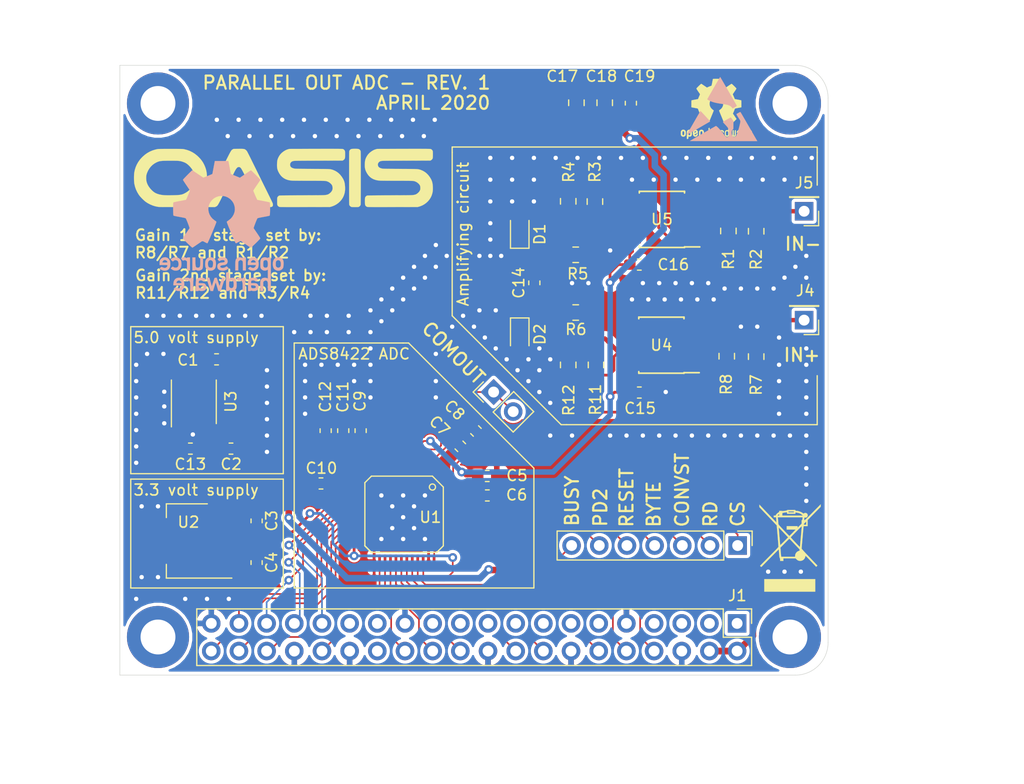
<source format=kicad_pcb>
(kicad_pcb (version 20171130) (host pcbnew "(5.1.5-0-10_14)")
  (layers (0 F.Cu signal) (31 B.Cu signal) (34 B.Paste user) (35 F.Paste user) (36 B.SilkS user) (37 F.SilkS user) (38 B.Mask user) (39 F.Mask user) (44 Edge.Cuts user))
  (net 0 "")
  (net 1 analog_supply_5v)
  (net 2 GND)
  (net 3 master_vin_5v)
  (net 4 digital_supply_3v)
  (net 5 "Net-(C7-Pad2)")
  (net 6 "Net-(C7-Pad1)")
  (net 7 "Net-(C9-Pad1)")
  (net 8 "Net-(C10-Pad1)")
  (net 9 "Net-(C13-Pad2)")
  (net 10 "Net-(C14-Pad1)")
  (net 11 "Net-(C14-Pad2)")
  (net 12 "Net-(J1-Pad1)")
  (net 13 "Net-(J1-Pad3)")
  (net 14 "Net-(J1-Pad5)")
  (net 15 "Net-(J1-Pad7)")
  (net 16 PI_0)
  (net 17 PI_1)
  (net 18 "Net-(J1-Pad11)")
  (net 19 PI_2)
  (net 20 "Net-(J1-Pad13)")
  (net 21 "Net-(J1-Pad15)")
  (net 22 PI_3)
  (net 23 "Net-(J1-Pad17)")
  (net 24 PI_4)
  (net 25 "Net-(J1-Pad19)")
  (net 26 "Net-(J1-Pad21)")
  (net 27 PI_5)
  (net 28 "Net-(J1-Pad23)")
  (net 29 PI_6)
  (net 30 PI_7)
  (net 31 "Net-(J1-Pad27)")
  (net 32 "Net-(J1-Pad28)")
  (net 33 "Net-(J1-Pad29)")
  (net 34 PI_15)
  (net 35 PI_8)
  (net 36 PI_14)
  (net 37 PI_13)
  (net 38 PI_9)
  (net 39 PI_12)
  (net 40 PI_10)
  (net 41 PI_11)
  (net 42 "Net-(J3-Pad1)")
  (net 43 "Net-(J3-Pad2)")
  (net 44 "Net-(J3-Pad3)")
  (net 45 "Net-(J3-Pad4)")
  (net 46 "Net-(J3-Pad5)")
  (net 47 "Net-(J3-Pad6)")
  (net 48 "Net-(J3-Pad7)")
  (net 49 "Net-(J4-Pad1)")
  (net 50 "Net-(J5-Pad1)")
  (net 51 "Net-(J6-Pad1)")
  (net 52 "Net-(R1-Pad2)")
  (net 53 "Net-(R7-Pad1)")
  (net 54 "Net-(U1-Pad11)")
  (net 55 "Net-(U2-Pad2)")
  (net 56 "Net-(U3-Pad2)")
  (net 57 "Net-(U3-Pad7)")
  (net 58 "Net-(R1-Pad1)")
  (net 59 "Net-(R3-Pad1)")
  (net 60 /stage2_amp_2)
  (net 61 /stage2_amp_1)
  (net 62 "Net-(R8-Pad2)")
  (net 63 "Net-(R11-Pad1)")
  (module Package_TO_SOT_SMD:SOT-223-5 (layer F.Cu) (at 6.24 43.68 180)
    (fp_text reference U2 (at -0.06 1.73) (layer F.SilkS))
    (fp_text value LP38692)
    (pad 1 smd rect (at -3.05 -2.25 180) (size 2.2 1) (layers F.Cu F.Paste F.Mask) (net 3 master_vin_5v))
    (pad 3 smd rect (at -3.05 0.75 180) (size 2.2 1) (layers F.Cu F.Paste F.Mask) (net 4 digital_supply_3v))
    (pad 5 smd rect (at 3.25 0 180) (size 1.8 3.4) (layers F.Cu F.Paste F.Mask) (net 2 GND))
    (pad 2 smd rect (at -3.05 -0.75 180) (size 2.2 1) (layers F.Cu F.Paste F.Mask) (net 55 "Net-(U2-Pad2)"))
    (pad 4 smd rect (at -3.05 2.25 180) (size 2.2 1) (layers F.Cu F.Paste F.Mask) (net 3 master_vin_5v))
  )
  (module TorCustomFootprints:ADS8422 (layer F.Cu) (at 26.08707 41.127842 270)
    (fp_text reference U1 (at 0.372158 -2.41293 180) (layer F.SilkS))
    (fp_text value ADS8422)
    (pad 48 smd roundrect (at -2.75 -4.5 180) (size 1.4 0.25) (layers F.Cu F.Paste F.Mask) (roundrect_rratio 0.15) (net 6 "Net-(C7-Pad1)"))
    (pad 47 smd roundrect (at -2.25 -4.5 180) (size 1.4 0.25) (layers F.Cu F.Paste F.Mask) (roundrect_rratio 0.15) (net 6 "Net-(C7-Pad1)"))
    (pad 46 smd roundrect (at -1.75 -4.5 180) (size 1.4 0.25) (layers F.Cu F.Paste F.Mask) (roundrect_rratio 0.15) (net 1 analog_supply_5v))
    (pad 45 smd roundrect (at -1.25 -4.5 180) (size 1.4 0.25) (layers F.Cu F.Paste F.Mask) (roundrect_rratio 0.15) (net 2 GND))
    (pad 44 smd roundrect (at -0.75 -4.5 180) (size 1.4 0.25) (layers F.Cu F.Paste F.Mask) (roundrect_rratio 0.15) (net 2 GND))
    (pad 43 smd roundrect (at -0.25 -4.5 180) (size 1.4 0.25) (layers F.Cu F.Paste F.Mask) (roundrect_rratio 0.15) (net 1 analog_supply_5v))
    (pad 42 smd roundrect (at 0.25 -4.5 180) (size 1.4 0.25) (layers F.Cu F.Paste F.Mask) (roundrect_rratio 0.15) (net 42 "Net-(J3-Pad1)"))
    (pad 41 smd roundrect (at 0.75 -4.5 180) (size 1.4 0.25) (layers F.Cu F.Paste F.Mask) (roundrect_rratio 0.15) (net 43 "Net-(J3-Pad2)"))
    (pad 40 smd roundrect (at 1.25 -4.5 180) (size 1.4 0.25) (layers F.Cu F.Paste F.Mask) (roundrect_rratio 0.15) (net 44 "Net-(J3-Pad3)"))
    (pad 39 smd roundrect (at 1.75 -4.5 180) (size 1.4 0.25) (layers F.Cu F.Paste F.Mask) (roundrect_rratio 0.15) (net 45 "Net-(J3-Pad4)"))
    (pad 38 smd roundrect (at 2.25 -4.5 180) (size 1.4 0.25) (layers F.Cu F.Paste F.Mask) (roundrect_rratio 0.15) (net 46 "Net-(J3-Pad5)"))
    (pad 37 smd roundrect (at 2.75 -4.5 180) (size 1.4 0.25) (layers F.Cu F.Paste F.Mask) (roundrect_rratio 0.15) (net 47 "Net-(J3-Pad6)"))
    (pad 36 smd roundrect (at 4.5 -2.75 90) (size 1.4 0.25) (layers F.Cu F.Paste F.Mask) (roundrect_rratio 0.15) (net 48 "Net-(J3-Pad7)"))
    (pad 35 smd roundrect (at 4.5 -2.25 90) (size 1.4 0.25) (layers F.Cu F.Paste F.Mask) (roundrect_rratio 0.15) (net 2 GND))
    (pad 34 smd roundrect (at 4.5 -1.75 90) (size 1.4 0.25) (layers F.Cu F.Paste F.Mask) (roundrect_rratio 0.15) (net 4 digital_supply_3v))
    (pad 33 smd roundrect (at 4.5 -1.25 90) (size 1.4 0.25) (layers F.Cu F.Paste F.Mask) (roundrect_rratio 0.15) (net 16 PI_0))
    (pad 32 smd roundrect (at 4.5 -0.75 90) (size 1.4 0.25) (layers F.Cu F.Paste F.Mask) (roundrect_rratio 0.15) (net 17 PI_1))
    (pad 31 smd roundrect (at 4.5 -0.25 90) (size 1.4 0.25) (layers F.Cu F.Paste F.Mask) (roundrect_rratio 0.15) (net 19 PI_2))
    (pad 30 smd roundrect (at 4.5 0.25 90) (size 1.4 0.25) (layers F.Cu F.Paste F.Mask) (roundrect_rratio 0.15) (net 22 PI_3))
    (pad 29 smd roundrect (at 4.5 0.75 90) (size 1.4 0.25) (layers F.Cu F.Paste F.Mask) (roundrect_rratio 0.15) (net 24 PI_4))
    (pad 28 smd roundrect (at 4.5 1.25 90) (size 1.4 0.25) (layers F.Cu F.Paste F.Mask) (roundrect_rratio 0.15) (net 27 PI_5))
    (pad 27 smd roundrect (at 4.5 1.75 90) (size 1.4 0.25) (layers F.Cu F.Paste F.Mask) (roundrect_rratio 0.15) (net 29 PI_6))
    (pad 26 smd roundrect (at 4.5 2.25 90) (size 1.4 0.25) (layers F.Cu F.Paste F.Mask) (roundrect_rratio 0.15) (net 30 PI_7))
    (pad 25 smd roundrect (at 4.5 2.75 90) (size 1.4 0.25) (layers F.Cu F.Paste F.Mask) (roundrect_rratio 0.15) (net 2 GND))
    (pad 24 smd roundrect (at 2.75 4.5) (size 1.4 0.25) (layers F.Cu F.Paste F.Mask) (roundrect_rratio 0.15) (net 4 digital_supply_3v))
    (pad 23 smd roundrect (at 2.25 4.5) (size 1.4 0.25) (layers F.Cu F.Paste F.Mask) (roundrect_rratio 0.15) (net 35 PI_8))
    (pad 22 smd roundrect (at 1.75 4.5) (size 1.4 0.25) (layers F.Cu F.Paste F.Mask) (roundrect_rratio 0.15) (net 38 PI_9))
    (pad 21 smd roundrect (at 1.25 4.5) (size 1.4 0.25) (layers F.Cu F.Paste F.Mask) (roundrect_rratio 0.15) (net 40 PI_10))
    (pad 20 smd roundrect (at 0.75 4.5) (size 1.4 0.25) (layers F.Cu F.Paste F.Mask) (roundrect_rratio 0.15) (net 41 PI_11))
    (pad 19 smd roundrect (at 0.25 4.5) (size 1.4 0.25) (layers F.Cu F.Paste F.Mask) (roundrect_rratio 0.15) (net 39 PI_12))
    (pad 18 smd roundrect (at -0.25 4.5) (size 1.4 0.25) (layers F.Cu F.Paste F.Mask) (roundrect_rratio 0.15) (net 37 PI_13))
    (pad 17 smd roundrect (at -0.75 4.5) (size 1.4 0.25) (layers F.Cu F.Paste F.Mask) (roundrect_rratio 0.15) (net 36 PI_14))
    (pad 16 smd roundrect (at -1.25 4.5) (size 1.4 0.25) (layers F.Cu F.Paste F.Mask) (roundrect_rratio 0.15) (net 34 PI_15))
    (pad 15 smd roundrect (at -1.75 4.5) (size 1.4 0.25) (layers F.Cu F.Paste F.Mask) (roundrect_rratio 0.15) (net 2 GND))
    (pad 14 smd roundrect (at -2.25 4.5) (size 1.4 0.25) (layers F.Cu F.Paste F.Mask) (roundrect_rratio 0.15) (net 2 GND))
    (pad 13 smd roundrect (at -2.75 4.5) (size 1.4 0.25) (layers F.Cu F.Paste F.Mask) (roundrect_rratio 0.15) (net 8 "Net-(C10-Pad1)"))
    (pad 12 smd roundrect (at -4.25 2.75 270) (size 1.4 0.25) (layers F.Cu F.Paste F.Mask) (roundrect_rratio 0.15) (net 2 GND))
    (pad 11 smd roundrect (at -4.25 2.25 270) (size 1.4 0.25) (layers F.Cu F.Paste F.Mask) (roundrect_rratio 0.15) (net 54 "Net-(U1-Pad11)"))
    (pad 10 smd roundrect (at -4.25 1.75 270) (size 1.4 0.25) (layers F.Cu F.Paste F.Mask) (roundrect_rratio 0.15) (net 1 analog_supply_5v))
    (pad 9 smd roundrect (at -4.25 1.25 270) (size 1.4 0.25) (layers F.Cu F.Paste F.Mask) (roundrect_rratio 0.15) (net 7 "Net-(C9-Pad1)"))
    (pad 8 smd roundrect (at -4.25 0.75 270) (size 1.4 0.25) (layers F.Cu F.Paste F.Mask) (roundrect_rratio 0.15) (net 2 GND))
    (pad 7 smd roundrect (at -4.25 0.25 270) (size 1.4 0.25) (layers F.Cu F.Paste F.Mask) (roundrect_rratio 0.15) (net 11 "Net-(C14-Pad2)"))
    (pad 6 smd roundrect (at -4.25 -0.25 270) (size 1.4 0.25) (layers F.Cu F.Paste F.Mask) (roundrect_rratio 0.15) (net 10 "Net-(C14-Pad1)"))
    (pad 5 smd roundrect (at -4.25 -0.75 270) (size 1.4 0.25) (layers F.Cu F.Paste F.Mask) (roundrect_rratio 0.15) (net 2 GND))
    (pad 4 smd roundrect (at -4.25 -1.25 270) (size 1.4 0.25) (layers F.Cu F.Paste F.Mask) (roundrect_rratio 0.15) (net 1 analog_supply_5v))
    (pad 3 smd roundrect (at -4.25 -1.75 270) (size 1.4 0.25) (layers F.Cu F.Paste F.Mask) (roundrect_rratio 0.15) (net 51 "Net-(J6-Pad1)"))
    (pad 2 smd roundrect (at -4.25 -2.25 270) (size 1.4 0.25) (layers F.Cu F.Paste F.Mask) (roundrect_rratio 0.15) (net 5 "Net-(C7-Pad2)"))
    (pad 1 smd roundrect (at -4.25 -2.75 270) (size 1.4 0.25) (layers F.Cu F.Paste F.Mask) (roundrect_rratio 0.15) (net 5 "Net-(C7-Pad2)"))
  )
  (module Symbol:OSHW-Logo2_7.3x6mm_SilkScreen (layer F.Cu) (at 54.75 4)
    (fp_text reference REF** hide)
    (fp_text value OSHW-Logo2_7.3x6mm_SilkScreen hide)
  )
  (module Symbol:OSHW-Logo_11.4x12mm_SilkScreen (layer B.Cu) (at 9.35 14.75 180)
    (fp_text reference REF** hide)
    (fp_text value OSHW-Logo_11.4x12mm_SilkScreen hide)
  )
  (module TorCustomFootprints:Oasis_logo_30mm (layer F.Cu) (at 15 10.25)
    (fp_text reference G*** hide)
    (fp_text value LOGO hide)
  )
  (module Symbol:ESD-Logo_6.6x6mm_SilkScreen (layer B.Cu) (at 55.25 4 180)
    (fp_text reference REF** hide)
    (fp_text value ESD-Logo_6.6x6mm_SilkScreen hide)
  )
  (module Symbol:WEEE-Logo_5.6x8mm_SilkScreen (layer F.Cu) (at 61.5 44.325)
    (fp_text reference REF** hide)
    (fp_text value WEEE-Logo_5.6x8mm_SilkScreen hide)
  )
  (module MountingHole:MountingHole_3.2mm_M3_ISO7380_Pad (layer F.Cu) (at 3.5 52.5)
    (fp_text reference REF** hide)
    (fp_text value MountingHole_3.2mm_M3_ISO7380_Pad)
    (pad 1 thru_hole circle (at 0 0) (size 5.7 5.7) (drill 3.2) (layers *.Cu *.Mask))
  )
  (module MountingHole:MountingHole_3.2mm_M3_ISO7380_Pad (layer F.Cu) (at 3.5 3.5)
    (fp_text reference REF** hide)
    (fp_text value MountingHole_3.2mm_M3_ISO7380_Pad)
    (pad 1 thru_hole circle (at 0 0) (size 5.7 5.7) (drill 3.2) (layers *.Cu *.Mask))
  )
  (module MountingHole:MountingHole_3.2mm_M3_ISO7380_Pad (layer F.Cu) (at 61.5 52.5)
    (fp_text reference REF** hide)
    (fp_text value MountingHole_3.2mm_M3_ISO7380_Pad)
    (pad 1 thru_hole circle (at 0 0) (size 5.7 5.7) (drill 3.2) (layers *.Cu *.Mask))
  )
  (module MountingHole:MountingHole_3.2mm_M3_ISO7380_Pad (layer F.Cu) (at 61.5 3.5)
    (fp_text reference REF** hide)
    (fp_text value MountingHole_3.2mm_M3_ISO7380_Pad)
    (pad 1 thru_hole circle (at 0 0) (size 5.7 5.7) (drill 3.2) (layers *.Cu *.Mask))
  )
  (module Package_SON:WSON-8_4x4mm_P0.8mm (layer F.Cu) (at 6.79 30.9 90)
    (fp_text reference U3 (at 0.016 3.396 90) (layer F.SilkS))
    (fp_text value LP2988-5.0_WSON8)
    (pad 1 smd rect (at -1.9 -1.2) (size 0.3 0.6) (layers F.Cu F.Paste F.Mask) (net 9 "Net-(C13-Pad2)"))
    (pad 2 smd rect (at -1.9 -0.4) (size 0.3 0.6) (layers F.Cu F.Paste F.Mask) (net 56 "Net-(U3-Pad2)"))
    (pad 3 smd rect (at -1.9 0.4) (size 0.3 0.6) (layers F.Cu F.Paste F.Mask) (net 2 GND))
    (pad 4 smd rect (at -1.9 1.2) (size 0.3 0.6) (layers F.Cu F.Paste F.Mask) (net 3 master_vin_5v))
    (pad 5 smd rect (at 1.9 1.2) (size 0.3 0.6) (layers F.Cu F.Paste F.Mask) (net 1 analog_supply_5v))
    (pad 6 smd rect (at 1.9 0.4) (size 0.3 0.6) (layers F.Cu F.Paste F.Mask) (net 1 analog_supply_5v))
    (pad 7 smd rect (at 1.9 -0.4) (size 0.3 0.6) (layers F.Cu F.Paste F.Mask) (net 57 "Net-(U3-Pad7)"))
    (pad 8 smd rect (at 1.9 -1.2) (size 0.3 0.6) (layers F.Cu F.Paste F.Mask) (net 3 master_vin_5v))
    (pad 9 smd rect (at 0 0 90) (size 2.6 3) (layers F.Cu F.Paste F.Mask) (net 2 GND))
  )
  (module Capacitor_SMD:C_0603_1608Metric_Pad1.05x0.95mm_HandSolder (layer F.Cu) (at 8.875 27)
    (fp_text reference C1 (at -2.625 0.06) (layer F.SilkS))
    (fp_text value 4.7µF)
    (pad 1 smd roundrect (at -0.875 0) (size 1.05 0.95) (layers F.Cu F.Paste F.Mask) (net 1 analog_supply_5v))
    (pad 2 smd roundrect (at 0.875 0) (size 1.05 0.95) (layers F.Cu F.Paste F.Mask) (net 2 GND))
  )
  (module Capacitor_SMD:C_0603_1608Metric_Pad1.05x0.95mm_HandSolder (layer F.Cu) (at 10.2 35.2)
    (fp_text reference C2 (at 0.015 1.425) (layer F.SilkS))
    (fp_text value 4.7µF)
    (pad 2 smd roundrect (at 0.875 0) (size 1.05 0.95) (layers F.Cu F.Paste F.Mask) (net 2 GND))
    (pad 1 smd roundrect (at -0.875 0) (size 1.05 0.95) (layers F.Cu F.Paste F.Mask) (net 3 master_vin_5v))
  )
  (module Capacitor_SMD:C_0603_1608Metric_Pad1.05x0.95mm_HandSolder (layer F.Cu) (at 12.55 41.835 270)
    (fp_text reference C3 (at -0.005 -1.38 90) (layer F.SilkS))
    (fp_text value 1µF)
    (pad 1 smd roundrect (at -0.875 0 270) (size 1.05 0.95) (layers F.Cu F.Paste F.Mask) (net 4 digital_supply_3v))
    (pad 2 smd roundrect (at 0.875 0 270) (size 1.05 0.95) (layers F.Cu F.Paste F.Mask) (net 2 GND))
  )
  (module Capacitor_SMD:C_0603_1608Metric_Pad1.05x0.95mm_HandSolder (layer F.Cu) (at 12.55 45.665 90)
    (fp_text reference C4 (at 0.015 1.38 90) (layer F.SilkS))
    (fp_text value 1µF)
    (pad 2 smd roundrect (at 0.875 0 90) (size 1.05 0.95) (layers F.Cu F.Paste F.Mask) (net 2 GND))
    (pad 1 smd roundrect (at -0.875 0 90) (size 1.05 0.95) (layers F.Cu F.Paste F.Mask) (net 3 master_vin_5v))
  )
  (module Capacitor_SMD:C_0603_1608Metric_Pad1.05x0.95mm_HandSolder (layer F.Cu) (at 33.716949 37.714598 180)
    (fp_text reference C5 (at -2.729432 0.042426) (layer F.SilkS))
    (fp_text value 1µF)
    (pad 1 smd roundrect (at -0.875 0 180) (size 1.05 0.95) (layers F.Cu F.Paste F.Mask) (net 2 GND))
    (pad 2 smd roundrect (at 0.875 0 180) (size 1.05 0.95) (layers F.Cu F.Paste F.Mask) (net 1 analog_supply_5v))
  )
  (module Capacitor_SMD:C_0603_1608Metric_Pad1.05x0.95mm_HandSolder (layer F.Cu) (at 33.725 39.5 180)
    (fp_text reference C6 (at -2.694077 0.049497) (layer F.SilkS))
    (fp_text value 0.1µF)
    (pad 2 smd roundrect (at 0.875 0 180) (size 1.05 0.95) (layers F.Cu F.Paste F.Mask) (net 1 analog_supply_5v))
    (pad 1 smd roundrect (at -0.875 0 180) (size 1.05 0.95) (layers F.Cu F.Paste F.Mask) (net 2 GND))
  )
  (module Capacitor_SMD:C_0603_1608Metric_Pad1.05x0.95mm_HandSolder (layer F.Cu) (at 31.247424 34.988701 135)
    (fp_text reference C7 (at 2.695 -0.02 135) (layer F.SilkS))
    (fp_text value 1µF)
    (pad 2 smd roundrect (at 0.875 0 135) (size 1.05 0.95) (layers F.Cu F.Paste F.Mask) (net 5 "Net-(C7-Pad2)"))
    (pad 1 smd roundrect (at -0.875 0 135) (size 1.05 0.95) (layers F.Cu F.Paste F.Mask) (net 6 "Net-(C7-Pad1)"))
  )
  (module Capacitor_SMD:C_0603_1608Metric_Pad1.05x0.95mm_HandSolder (layer F.Cu) (at 32.681282 33.581282 135)
    (fp_text reference C8 (at 2.75 -0.03 135) (layer F.SilkS))
    (fp_text value 0.1µF)
    (pad 1 smd roundrect (at -0.875 0 135) (size 1.05 0.95) (layers F.Cu F.Paste F.Mask) (net 2 GND))
    (pad 2 smd roundrect (at 0.875 0 135) (size 1.05 0.95) (layers F.Cu F.Paste F.Mask) (net 5 "Net-(C7-Pad2)"))
  )
  (module Capacitor_SMD:C_0603_1608Metric_Pad1.05x0.95mm_HandSolder (layer F.Cu) (at 22.098988 33.54947 90)
    (fp_text reference C9 (at 2.710032 -0.06364 90) (layer F.SilkS))
    (fp_text value 1µF)
    (pad 2 smd roundrect (at 0.875 0 90) (size 1.05 0.95) (layers F.Cu F.Paste F.Mask) (net 2 GND))
    (pad 1 smd roundrect (at -0.875 0 90) (size 1.05 0.95) (layers F.Cu F.Paste F.Mask) (net 7 "Net-(C9-Pad1)"))
  )
  (module Capacitor_SMD:C_0603_1608Metric_Pad1.05x0.95mm_HandSolder (layer F.Cu) (at 18.459202 38.4 180)
    (fp_text reference C10 (at -0.040798 1.405482) (layer F.SilkS))
    (fp_text value 1µF)
    (pad 1 smd roundrect (at -0.875 0 180) (size 1.05 0.95) (layers F.Cu F.Paste F.Mask) (net 8 "Net-(C10-Pad1)"))
    (pad 2 smd roundrect (at 0.875 0 180) (size 1.05 0.95) (layers F.Cu F.Paste F.Mask) (net 2 GND))
  )
  (module Capacitor_SMD:C_0603_1608Metric_Pad1.05x0.95mm_HandSolder (layer F.Cu) (at 20.500927 33.547657 90)
    (fp_text reference C11 (at 3.097128 -0.042426 90) (layer F.SilkS))
    (fp_text value 1µF)
    (pad 2 smd roundrect (at 0.875 0 90) (size 1.05 0.95) (layers F.Cu F.Paste F.Mask) (net 2 GND))
    (pad 1 smd roundrect (at -0.875 0 90) (size 1.05 0.95) (layers F.Cu F.Paste F.Mask) (net 1 analog_supply_5v))
  )
  (module Capacitor_SMD:C_0603_1608Metric_Pad1.05x0.95mm_HandSolder (layer F.Cu) (at 18.888723 33.54947 90)
    (fp_text reference C12 (at 3.113083 -0.028284 90) (layer F.SilkS))
    (fp_text value 0.1µF)
    (pad 1 smd roundrect (at -0.875 0 90) (size 1.05 0.95) (layers F.Cu F.Paste F.Mask) (net 1 analog_supply_5v))
    (pad 2 smd roundrect (at 0.875 0 90) (size 1.05 0.95) (layers F.Cu F.Paste F.Mask) (net 2 GND))
  )
  (module Capacitor_SMD:C_0603_1608Metric_Pad1.05x0.95mm_HandSolder (layer F.Cu) (at 6.475 35.2 180)
    (fp_text reference C13 (at 0 -1.43) (layer F.SilkS))
    (fp_text value 10nF)
    (pad 2 smd roundrect (at 0.875 0 180) (size 1.05 0.95) (layers F.Cu F.Paste F.Mask) (net 9 "Net-(C13-Pad2)"))
    (pad 1 smd roundrect (at -0.875 0 180) (size 1.05 0.95) (layers F.Cu F.Paste F.Mask) (net 2 GND))
  )
  (module Capacitor_SMD:C_0603_1608Metric_Pad1.05x0.95mm_HandSolder (layer F.Cu) (at 38.04 19.975 90)
    (fp_text reference C14 (at 0 -1.43 90) (layer F.SilkS))
    (fp_text value 220pF)
    (pad 1 smd roundrect (at -0.875 0 90) (size 1.05 0.95) (layers F.Cu F.Paste F.Mask) (net 10 "Net-(C14-Pad1)"))
    (pad 2 smd roundrect (at 0.875 0 90) (size 1.05 0.95) (layers F.Cu F.Paste F.Mask) (net 11 "Net-(C14-Pad2)"))
  )
  (module Capacitor_SMD:C_0603_1608Metric_Pad1.05x0.95mm_HandSolder (layer F.Cu) (at 47.675 18.3)
    (fp_text reference C16 (at 3.125 0) (layer F.SilkS))
    (fp_text value 1µF)
    (pad 1 smd roundrect (at -0.875 0) (size 1.05 0.95) (layers F.Cu F.Paste F.Mask) (net 1 analog_supply_5v))
    (pad 2 smd roundrect (at 0.875 0) (size 1.05 0.95) (layers F.Cu F.Paste F.Mask) (net 2 GND))
  )
  (module Connector_PinHeader_2.54mm:PinHeader_2x20_P2.54mm_Vertical (layer F.Cu) (at 56.65 51.25 270)
    (fp_text reference J1 (at -2.55 -0.02 180) (layer F.SilkS))
    (fp_text value Conn_02x20_Odd_Even)
    (pad 1 thru_hole rect (at 0 0 270) (size 1.7 1.7) (drill 1) (layers *.Cu *.Mask) (net 12 "Net-(J1-Pad1)"))
    (pad 2 thru_hole oval (at 2.54 0 270) (size 1.7 1.7) (drill 1) (layers *.Cu *.Mask) (net 3 master_vin_5v))
    (pad 3 thru_hole oval (at 0 2.54 270) (size 1.7 1.7) (drill 1) (layers *.Cu *.Mask) (net 13 "Net-(J1-Pad3)"))
    (pad 4 thru_hole oval (at 2.54 2.54 270) (size 1.7 1.7) (drill 1) (layers *.Cu *.Mask) (net 3 master_vin_5v))
    (pad 5 thru_hole oval (at 0 5.08 270) (size 1.7 1.7) (drill 1) (layers *.Cu *.Mask) (net 14 "Net-(J1-Pad5)"))
    (pad 6 thru_hole oval (at 2.54 5.08 270) (size 1.7 1.7) (drill 1) (layers *.Cu *.Mask) (net 2 GND))
    (pad 7 thru_hole oval (at 0 7.62 270) (size 1.7 1.7) (drill 1) (layers *.Cu *.Mask) (net 15 "Net-(J1-Pad7)"))
    (pad 8 thru_hole oval (at 2.54 7.62 270) (size 1.7 1.7) (drill 1) (layers *.Cu *.Mask) (net 16 PI_0))
    (pad 9 thru_hole oval (at 0 10.16 270) (size 1.7 1.7) (drill 1) (layers *.Cu *.Mask) (net 2 GND))
    (pad 10 thru_hole oval (at 2.54 10.16 270) (size 1.7 1.7) (drill 1) (layers *.Cu *.Mask) (net 17 PI_1))
    (pad 11 thru_hole oval (at 0 12.7 270) (size 1.7 1.7) (drill 1) (layers *.Cu *.Mask) (net 18 "Net-(J1-Pad11)"))
    (pad 12 thru_hole oval (at 2.54 12.7 270) (size 1.7 1.7) (drill 1) (layers *.Cu *.Mask) (net 19 PI_2))
    (pad 13 thru_hole oval (at 0 15.24 270) (size 1.7 1.7) (drill 1) (layers *.Cu *.Mask) (net 20 "Net-(J1-Pad13)"))
    (pad 14 thru_hole oval (at 2.54 15.24 270) (size 1.7 1.7) (drill 1) (layers *.Cu *.Mask) (net 2 GND))
    (pad 15 thru_hole oval (at 0 17.78 270) (size 1.7 1.7) (drill 1) (layers *.Cu *.Mask) (net 21 "Net-(J1-Pad15)"))
    (pad 16 thru_hole oval (at 2.54 17.78 270) (size 1.7 1.7) (drill 1) (layers *.Cu *.Mask) (net 22 PI_3))
    (pad 17 thru_hole oval (at 0 20.32 270) (size 1.7 1.7) (drill 1) (layers *.Cu *.Mask) (net 23 "Net-(J1-Pad17)"))
    (pad 18 thru_hole oval (at 2.54 20.32 270) (size 1.7 1.7) (drill 1) (layers *.Cu *.Mask) (net 24 PI_4))
    (pad 19 thru_hole oval (at 0 22.86 270) (size 1.7 1.7) (drill 1) (layers *.Cu *.Mask) (net 25 "Net-(J1-Pad19)"))
    (pad 20 thru_hole oval (at 2.54 22.86 270) (size 1.7 1.7) (drill 1) (layers *.Cu *.Mask) (net 2 GND))
    (pad 21 thru_hole oval (at 0 25.4 270) (size 1.7 1.7) (drill 1) (layers *.Cu *.Mask) (net 26 "Net-(J1-Pad21)"))
    (pad 22 thru_hole oval (at 2.54 25.4 270) (size 1.7 1.7) (drill 1) (layers *.Cu *.Mask) (net 27 PI_5))
    (pad 23 thru_hole oval (at 0 27.94 270) (size 1.7 1.7) (drill 1) (layers *.Cu *.Mask) (net 28 "Net-(J1-Pad23)"))
    (pad 24 thru_hole oval (at 2.54 27.94 270) (size 1.7 1.7) (drill 1) (layers *.Cu *.Mask) (net 29 PI_6))
    (pad 25 thru_hole oval (at 0 30.48 270) (size 1.7 1.7) (drill 1) (layers *.Cu *.Mask) (net 2 GND))
    (pad 26 thru_hole oval (at 2.54 30.48 270) (size 1.7 1.7) (drill 1) (layers *.Cu *.Mask) (net 30 PI_7))
    (pad 27 thru_hole oval (at 0 33.02 270) (size 1.7 1.7) (drill 1) (layers *.Cu *.Mask) (net 31 "Net-(J1-Pad27)"))
    (pad 28 thru_hole oval (at 2.54 33.02 270) (size 1.7 1.7) (drill 1) (layers *.Cu *.Mask) (net 32 "Net-(J1-Pad28)"))
    (pad 29 thru_hole oval (at 0 35.56 270) (size 1.7 1.7) (drill 1) (layers *.Cu *.Mask) (net 33 "Net-(J1-Pad29)"))
    (pad 30 thru_hole oval (at 2.54 35.56 270) (size 1.7 1.7) (drill 1) (layers *.Cu *.Mask) (net 2 GND))
    (pad 31 thru_hole oval (at 0 38.1 270) (size 1.7 1.7) (drill 1) (layers *.Cu *.Mask) (net 34 PI_15))
    (pad 32 thru_hole oval (at 2.54 38.1 270) (size 1.7 1.7) (drill 1) (layers *.Cu *.Mask) (net 35 PI_8))
    (pad 33 thru_hole oval (at 0 40.64 270) (size 1.7 1.7) (drill 1) (layers *.Cu *.Mask) (net 36 PI_14))
    (pad 34 thru_hole oval (at 2.54 40.64 270) (size 1.7 1.7) (drill 1) (layers *.Cu *.Mask) (net 2 GND))
    (pad 35 thru_hole oval (at 0 43.18 270) (size 1.7 1.7) (drill 1) (layers *.Cu *.Mask) (net 37 PI_13))
    (pad 36 thru_hole oval (at 2.54 43.18 270) (size 1.7 1.7) (drill 1) (layers *.Cu *.Mask) (net 38 PI_9))
    (pad 37 thru_hole oval (at 0 45.72 270) (size 1.7 1.7) (drill 1) (layers *.Cu *.Mask) (net 39 PI_12))
    (pad 38 thru_hole oval (at 2.54 45.72 270) (size 1.7 1.7) (drill 1) (layers *.Cu *.Mask) (net 40 PI_10))
    (pad 39 thru_hole oval (at 0 48.26 270) (size 1.7 1.7) (drill 1) (layers *.Cu *.Mask) (net 2 GND))
    (pad 40 thru_hole oval (at 2.54 48.26 270) (size 1.7 1.7) (drill 1) (layers *.Cu *.Mask) (net 41 PI_11))
  )
  (module Connector_PinHeader_2.54mm:PinHeader_1x07_P2.54mm_Vertical (layer F.Cu) (at 56.7 44.1 270)
    (fp_text reference J3 hide)
    (fp_text value Conn_01x07)
    (pad 1 thru_hole rect (at 0 0 270) (size 1.7 1.7) (drill 1) (layers *.Cu *.Mask) (net 42 "Net-(J3-Pad1)"))
    (pad 2 thru_hole oval (at 0 2.54 270) (size 1.7 1.7) (drill 1) (layers *.Cu *.Mask) (net 43 "Net-(J3-Pad2)"))
    (pad 3 thru_hole oval (at 0 5.08 270) (size 1.7 1.7) (drill 1) (layers *.Cu *.Mask) (net 44 "Net-(J3-Pad3)"))
    (pad 4 thru_hole oval (at 0 7.62 270) (size 1.7 1.7) (drill 1) (layers *.Cu *.Mask) (net 45 "Net-(J3-Pad4)"))
    (pad 5 thru_hole oval (at 0 10.16 270) (size 1.7 1.7) (drill 1) (layers *.Cu *.Mask) (net 46 "Net-(J3-Pad5)"))
    (pad 6 thru_hole oval (at 0 12.7 270) (size 1.7 1.7) (drill 1) (layers *.Cu *.Mask) (net 47 "Net-(J3-Pad6)"))
    (pad 7 thru_hole oval (at 0 15.24 270) (size 1.7 1.7) (drill 1) (layers *.Cu *.Mask) (net 48 "Net-(J3-Pad7)"))
  )
  (module Connector_PinHeader_2.54mm:PinHeader_1x01_P2.54mm_Vertical (layer F.Cu) (at 62.8 13.4 180)
    (fp_text reference J5 (at 0 2.6) (layer F.SilkS))
    (fp_text value Conn_01x01)
    (pad 1 thru_hole rect (at 0 0 180) (size 1.7 1.7) (drill 1) (layers *.Cu *.Mask) (net 50 "Net-(J5-Pad1)"))
  )
  (module Connector_PinHeader_2.54mm:PinHeader_1x02_P2.54mm_Vertical (layer F.Cu) (at 34.303949 30.003949 45)
    (fp_text reference J6 hide)
    (fp_text value Conn_01x02)
    (pad 1 thru_hole rect (at 0 0 45) (size 1.7 1.7) (drill 1) (layers *.Cu *.Mask) (net 51 "Net-(J6-Pad1)"))
    (pad 2 thru_hole oval (at 0 2.54 45) (size 1.7 1.7) (drill 1) (layers *.Cu *.Mask) (net 51 "Net-(J6-Pad1)"))
  )
  (module Resistor_SMD:R_0805_2012Metric (layer F.Cu) (at 55.85 15.2125 270)
    (fp_text reference R1 (at 2.5875 0 90) (layer F.SilkS))
    (fp_text value R)
    (pad 2 smd roundrect (at 0.9375 0 270) (size 0.975 1.4) (layers F.Cu F.Paste F.Mask) (net 52 "Net-(R1-Pad2)"))
    (pad 1 smd roundrect (at -0.9375 0 270) (size 0.975 1.4) (layers F.Cu F.Paste F.Mask) (net 58 "Net-(R1-Pad1)"))
  )
  (module Resistor_SMD:R_0805_2012Metric (layer F.Cu) (at 58.4 15.2375 270)
    (fp_text reference R2 (at 2.5875 0 90) (layer F.SilkS))
    (fp_text value R)
    (pad 1 smd roundrect (at -0.9375 0 270) (size 0.975 1.4) (layers F.Cu F.Paste F.Mask) (net 58 "Net-(R1-Pad1)"))
    (pad 2 smd roundrect (at 0.9375 0 270) (size 0.975 1.4) (layers F.Cu F.Paste F.Mask) (net 2 GND))
  )
  (module Resistor_SMD:R_0805_2012Metric (layer F.Cu) (at 43.6 12.5125 270)
    (fp_text reference R3 (at -2.7125 0 90) (layer F.SilkS))
    (fp_text value R)
    (pad 1 smd roundrect (at -0.9375 0 270) (size 0.975 1.4) (layers F.Cu F.Paste F.Mask) (net 59 "Net-(R3-Pad1)"))
    (pad 2 smd roundrect (at 0.9375 0 270) (size 0.975 1.4) (layers F.Cu F.Paste F.Mask) (net 60 /stage2_amp_2))
  )
  (module Resistor_SMD:R_0805_2012Metric (layer F.Cu) (at 41.15 12.4875 270)
    (fp_text reference R4 (at -2.6875 -0.05 90) (layer F.SilkS))
    (fp_text value R)
    (pad 2 smd roundrect (at 0.9375 0 270) (size 0.975 1.4) (layers F.Cu F.Paste F.Mask) (net 2 GND))
    (pad 1 smd roundrect (at -0.9375 0 270) (size 0.975 1.4) (layers F.Cu F.Paste F.Mask) (net 59 "Net-(R3-Pad1)"))
  )
  (module Resistor_SMD:R_0805_2012Metric (layer F.Cu) (at 41.8375 17.4)
    (fp_text reference R5 (at 0.1875 1.75) (layer F.SilkS))
    (fp_text value "12 ohm")
    (pad 1 smd roundrect (at -0.9375 0) (size 0.975 1.4) (layers F.Cu F.Paste F.Mask) (net 11 "Net-(C14-Pad2)"))
    (pad 2 smd roundrect (at 0.9375 0) (size 0.975 1.4) (layers F.Cu F.Paste F.Mask) (net 60 /stage2_amp_2))
  )
  (module Resistor_SMD:R_0805_2012Metric (layer F.Cu) (at 41.8375 22.7)
    (fp_text reference R6 (at 0.0175 1.55) (layer F.SilkS))
    (fp_text value "12 ohm")
    (pad 2 smd roundrect (at 0.9375 0) (size 0.975 1.4) (layers F.Cu F.Paste F.Mask) (net 61 /stage2_amp_1))
    (pad 1 smd roundrect (at -0.9375 0) (size 0.975 1.4) (layers F.Cu F.Paste F.Mask) (net 10 "Net-(C14-Pad1)"))
  )
  (module Capacitor_SMD:C_0603_1608Metric_Pad1.05x0.95mm_HandSolder (layer F.Cu) (at 47.675 30.05)
    (fp_text reference C15 (at 0.075 1.45) (layer F.SilkS))
    (fp_text value 1µF)
    (pad 1 smd roundrect (at -0.875 0) (size 1.05 0.95) (layers F.Cu F.Paste F.Mask) (net 1 analog_supply_5v))
    (pad 2 smd roundrect (at 0.875 0) (size 1.05 0.95) (layers F.Cu F.Paste F.Mask) (net 2 GND))
  )
  (module Diode_SMD:D_SOD-323 (layer F.Cu) (at 36.7 15.3 90)
    (fp_text reference D1 (at -0.212132 1.838478 90) (layer F.SilkS))
    (fp_text value D_Zener_ALT)
    (pad 1 smd rect (at -1.05 0 90) (size 0.6 0.45) (layers F.Cu F.Paste F.Mask) (net 11 "Net-(C14-Pad2)"))
    (pad 2 smd rect (at 1.05 0 90) (size 0.6 0.45) (layers F.Cu F.Paste F.Mask) (net 2 GND))
  )
  (module Diode_SMD:D_SOD-323 (layer F.Cu) (at 36.7 24.7 270)
    (fp_text reference D2 (at 0 -1.85 90) (layer F.SilkS))
    (fp_text value D_Zener_ALT)
    (pad 2 smd rect (at 1.05 0 270) (size 0.6 0.45) (layers F.Cu F.Paste F.Mask) (net 2 GND))
    (pad 1 smd rect (at -1.05 0 270) (size 0.6 0.45) (layers F.Cu F.Paste F.Mask) (net 10 "Net-(C14-Pad1)"))
  )
  (module Connector_PinHeader_2.54mm:PinHeader_1x01_P2.54mm_Vertical (layer F.Cu) (at 62.8 23.4 180)
    (fp_text reference J4 (at -0.1 2.7) (layer F.SilkS))
    (fp_text value Conn_01x01)
    (pad 1 thru_hole rect (at 0 0 180) (size 1.7 1.7) (drill 1) (layers *.Cu *.Mask) (net 49 "Net-(J4-Pad1)"))
  )
  (module Resistor_SMD:R_0805_2012Metric (layer F.Cu) (at 58.4 26.75 270)
    (fp_text reference R7 (at 2.6 0 90) (layer F.SilkS))
    (fp_text value R)
    (pad 1 smd roundrect (at -0.9375 0 270) (size 0.975 1.4) (layers F.Cu F.Paste F.Mask) (net 53 "Net-(R7-Pad1)"))
    (pad 2 smd roundrect (at 0.9375 0 270) (size 0.975 1.4) (layers F.Cu F.Paste F.Mask) (net 2 GND))
  )
  (module Resistor_SMD:R_0805_2012Metric (layer F.Cu) (at 55.7 26.7125 270)
    (fp_text reference R8 (at 2.5875 0.05 90) (layer F.SilkS))
    (fp_text value R)
    (pad 2 smd roundrect (at 0.9375 0 270) (size 0.975 1.4) (layers F.Cu F.Paste F.Mask) (net 62 "Net-(R8-Pad2)"))
    (pad 1 smd roundrect (at -0.9375 0 270) (size 0.975 1.4) (layers F.Cu F.Paste F.Mask) (net 53 "Net-(R7-Pad1)"))
  )
  (module Resistor_SMD:R_0805_2012Metric (layer F.Cu) (at 43.7 27.5125 270)
    (fp_text reference R11 (at 3.1875 0.05 90) (layer F.SilkS))
    (fp_text value R)
    (pad 1 smd roundrect (at -0.9375 0 270) (size 0.975 1.4) (layers F.Cu F.Paste F.Mask) (net 63 "Net-(R11-Pad1)"))
    (pad 2 smd roundrect (at 0.9375 0 270) (size 0.975 1.4) (layers F.Cu F.Paste F.Mask) (net 61 /stage2_amp_1))
  )
  (module Resistor_SMD:R_0805_2012Metric (layer F.Cu) (at 41.15 27.5125 90)
    (fp_text reference R12 (at -3.2375 0.05 90) (layer F.SilkS))
    (fp_text value R)
    (pad 2 smd roundrect (at 0.9375 0 90) (size 0.975 1.4) (layers F.Cu F.Paste F.Mask) (net 2 GND))
    (pad 1 smd roundrect (at -0.9375 0 90) (size 0.975 1.4) (layers F.Cu F.Paste F.Mask) (net 63 "Net-(R11-Pad1)"))
  )
  (module Package_SO:SOIC-8_3.9x4.9mm_P1.27mm (layer F.Cu) (at 49.7 25.7 180)
    (fp_text reference U4 (at 0 0) (layer F.SilkS))
    (fp_text value ADA4841-2)
    (pad 1 smd rect (at -2.7 -1.905 180) (size 1.55 0.6) (layers F.Cu F.Paste F.Mask) (net 62 "Net-(R8-Pad2)"))
    (pad 2 smd rect (at -2.7 -0.635 180) (size 1.55 0.6) (layers F.Cu F.Paste F.Mask) (net 53 "Net-(R7-Pad1)"))
    (pad 3 smd rect (at -2.7 0.635 180) (size 1.55 0.6) (layers F.Cu F.Paste F.Mask) (net 49 "Net-(J4-Pad1)"))
    (pad 4 smd rect (at -2.7 1.905 180) (size 1.55 0.6) (layers F.Cu F.Paste F.Mask) (net 2 GND))
    (pad 5 smd rect (at 2.7 1.905 180) (size 1.55 0.6) (layers F.Cu F.Paste F.Mask) (net 62 "Net-(R8-Pad2)"))
    (pad 6 smd rect (at 2.7 0.635 180) (size 1.55 0.6) (layers F.Cu F.Paste F.Mask) (net 63 "Net-(R11-Pad1)"))
    (pad 7 smd rect (at 2.7 -0.635 180) (size 1.55 0.6) (layers F.Cu F.Paste F.Mask) (net 61 /stage2_amp_1))
    (pad 8 smd rect (at 2.7 -1.905 180) (size 1.55 0.6) (layers F.Cu F.Paste F.Mask) (net 1 analog_supply_5v))
  )
  (module Package_SO:SOIC-8_3.9x4.9mm_P1.27mm (layer F.Cu) (at 49.75 14.15 180)
    (fp_text reference U5 (at 0 0) (layer F.SilkS))
    (fp_text value ADA4841-2)
    (pad 8 smd rect (at 2.7 -1.905 180) (size 1.55 0.6) (layers F.Cu F.Paste F.Mask) (net 1 analog_supply_5v))
    (pad 7 smd rect (at 2.7 -0.635 180) (size 1.55 0.6) (layers F.Cu F.Paste F.Mask) (net 60 /stage2_amp_2))
    (pad 6 smd rect (at 2.7 0.635 180) (size 1.55 0.6) (layers F.Cu F.Paste F.Mask) (net 59 "Net-(R3-Pad1)"))
    (pad 5 smd rect (at 2.7 1.905 180) (size 1.55 0.6) (layers F.Cu F.Paste F.Mask) (net 52 "Net-(R1-Pad2)"))
    (pad 4 smd rect (at -2.7 1.905 180) (size 1.55 0.6) (layers F.Cu F.Paste F.Mask) (net 2 GND))
    (pad 3 smd rect (at -2.7 0.635 180) (size 1.55 0.6) (layers F.Cu F.Paste F.Mask) (net 50 "Net-(J5-Pad1)"))
    (pad 2 smd rect (at -2.7 -0.635 180) (size 1.55 0.6) (layers F.Cu F.Paste F.Mask) (net 58 "Net-(R1-Pad1)"))
    (pad 1 smd rect (at -2.7 -1.905 180) (size 1.55 0.6) (layers F.Cu F.Paste F.Mask) (net 52 "Net-(R1-Pad2)"))
  )
  (module Capacitor_SMD:C_0805_2012Metric (layer F.Cu) (at 41.9 3.4375 90)
    (fp_text reference C17 (at 2.4375 -1.3 180) (layer F.SilkS))
    (fp_text value 4.7µF)
    (pad 1 smd roundrect (at -0.9375 0 90) (size 0.975 1.4) (layers F.Cu F.Paste F.Mask) (net 1 analog_supply_5v))
    (pad 2 smd roundrect (at 0.9375 0 90) (size 0.975 1.4) (layers F.Cu F.Paste F.Mask) (net 2 GND))
  )
  (module Capacitor_SMD:C_0805_2012Metric (layer F.Cu) (at 44.5 3.4375 90)
    (fp_text reference C18 (at 2.4375 -0.3 180) (layer F.SilkS))
    (fp_text value 4.7µF)
    (pad 2 smd roundrect (at 0.9375 0 90) (size 0.975 1.4) (layers F.Cu F.Paste F.Mask) (net 2 GND))
    (pad 1 smd roundrect (at -0.9375 0 90) (size 0.975 1.4) (layers F.Cu F.Paste F.Mask) (net 1 analog_supply_5v))
  )
  (module Capacitor_SMD:C_0603_1608Metric_Pad1.05x0.95mm_HandSolder (layer F.Cu) (at 46.9 3.475 90)
    (fp_text reference C19 (at 2.475 0.8 180) (layer F.SilkS))
    (fp_text value 4.7µF)
    (pad 1 smd roundrect (at -0.875 0 90) (size 1.05 0.95) (layers F.Cu F.Paste F.Mask) (net 1 analog_supply_5v))
    (pad 2 smd roundrect (at 0.875 0 90) (size 1.05 0.95) (layers F.Cu F.Paste F.Mask) (net 2 GND))
  )
  (gr_line (start 40.5 33) (end 41 33) (layer F.SilkS) (width 0.12))
  (gr_line (start 30.5 23) (end 40.5 33) (layer F.SilkS) (width 0.12))
  (gr_line (start 30.5 8) (end 30.5 7.5) (layer F.SilkS) (width 0.12))
  (gr_line (start 64 8) (end 64 7.5) (layer F.SilkS) (width 0.12))
  (gr_text "Gain 2nd stage set by:\nR11/R12 and R3/R4" (at 1.3 20.1) (layer F.SilkS) (effects (font (size 1 1) (thickness 0.18)) (justify left)))
  (gr_text "Gain 1st stage set by:\nR8/R7 and R1/R2" (at 1.275 16.4) (layer F.SilkS) (effects (font (size 1 1) (thickness 0.18)) (justify left)))
  (gr_text "APRIL 2020" (at 28.75 3.45) (layer F.SilkS) (effects (font (size 1.2 1.2) (thickness 0.2))))
  (gr_text "PARALLEL OUT ADC - REV. 1" (at 20.8 1.6) (layer F.SilkS) (effects (font (size 1.2 1.2) (thickness 0.2))))
  (gr_line (start 15 24) (end 15 37.5) (layer F.SilkS) (width 0.12))
  (gr_line (start 1 24) (end 15 24) (layer F.SilkS) (width 0.12))
  (gr_line (start 1 37.5) (end 1 24) (layer F.SilkS) (width 0.12))
  (gr_line (start 15 37.5) (end 1 37.5) (layer F.SilkS) (width 0.12))
  (gr_line (start 1 38) (end 1 48) (layer F.SilkS) (width 0.12))
  (gr_line (start 15 38) (end 1 38) (layer F.SilkS) (width 0.12))
  (gr_line (start 15 48) (end 15 38) (layer F.SilkS) (width 0.12))
  (gr_line (start 1 48) (end 15 48) (layer F.SilkS) (width 0.12))
  (gr_text "Amplifying circuit" (at 31.5 15.5 90) (layer F.SilkS) (effects (font (size 1 1))))
  (gr_text "ADS8422 ADC" (at 21.5 26.5) (layer F.SilkS) (effects (font (size 1 1))))
  (gr_text "5.0 volt supply" (at 7 25) (layer F.SilkS) (effects (font (size 1 1))))
  (gr_text "3.3 volt supply" (at 7 39) (layer F.SilkS) (effects (font (size 1 1))))
  (gr_line (start 16 48) (end 16 47.5) (layer F.SilkS) (width 0.12))
  (gr_line (start 38 48) (end 16 48) (layer F.SilkS) (width 0.12))
  (gr_line (start 38 37) (end 38 48) (layer F.SilkS) (width 0.12))
  (gr_line (start 26.5 25.5) (end 38 37) (layer F.SilkS) (width 0.12))
  (gr_line (start 26 25.5) (end 26.5 25.5) (layer F.SilkS) (width 0.12))
  (gr_line (start 16 25.5) (end 26 25.5) (layer F.SilkS) (width 0.12))
  (gr_line (start 16 47.5) (end 16 25.5) (layer F.SilkS) (width 0.12))
  (gr_line (start 64 8) (end 64 11) (layer F.SilkS) (width 0.12))
  (gr_line (start 64 33) (end 64 28.5) (layer F.SilkS) (width 0.12))
  (gr_line (start 30.5 8) (end 30.5 23) (layer F.SilkS) (width 0.12))
  (gr_line (start 64 7.5) (end 30.5 7.5) (layer F.SilkS) (width 0.12))
  (gr_line (start 41 33) (end 64 33) (layer F.SilkS) (width 0.12))
  (gr_text IN+ (at 62.6 26.6) (layer F.SilkS) (effects (font (size 1.2 1.2) (thickness 0.2))))
  (gr_text IN- (at 62.7 16.4) (layer F.SilkS) (effects (font (size 1.2 1.2) (thickness 0.2))))
  (gr_text COMOUT (at 30.6 26.4 315) (layer F.SilkS) (effects (font (size 1.2 1.2) (thickness 0.2))))
  (gr_text CS (at 56.7 41.2 90) (layer F.SilkS) (effects (font (size 1.2 1.2) (thickness 0.2))))
  (gr_text RD (at 54.2 41.2 90) (layer F.SilkS) (effects (font (size 1.2 1.2) (thickness 0.2))))
  (gr_text CONVST (at 51.6 39 90) (layer F.SilkS) (effects (font (size 1.2 1.2) (thickness 0.2))))
  (gr_text BYTE (at 49 40.3 90) (layer F.SilkS) (effects (font (size 1.2 1.2) (thickness 0.2))))
  (gr_text RESET (at 46.5 39.7 90) (layer F.SilkS) (effects (font (size 1.2 1.2) (thickness 0.2))))
  (gr_text PD2 (at 44.1 40.6 90) (layer F.SilkS) (effects (font (size 1.2 1.2) (thickness 0.2))))
  (gr_text BUSY (at 41.5 40 90) (layer F.SilkS) (effects (font (size 1.2 1.2) (thickness 0.2))))
  (gr_line (start 62 0) (end 0 0) (layer Edge.Cuts) (width 0.05))
  (gr_line (start 65 53) (end 65 3) (layer Edge.Cuts) (width 0.05))
  (gr_line (start 0 56) (end 62 56) (layer Edge.Cuts) (width 0.05))
  (gr_arc (start 62 3) (end 65 3) (angle -90) (layer Edge.Cuts) (width 0.05))
  (gr_arc (start 62 53) (end 62 56) (angle -90) (layer Edge.Cuts) (width 0.05))
  (gr_line (start 0 56) (end 0 0) (layer Edge.Cuts) (width 0.05))
  (segment (start 7.99 27.01) (end 8 27) (width 0.15) (layer F.Cu) (net 1))
  (segment (start 7.99 29) (end 7.99 27.01) (width 0.24) (layer F.Cu) (net 1))
  (segment (start 24.33707 36.177842) (end 24.35 36.164912) (width 0.15) (layer F.Cu) (net 1))
  (segment (start 24.33707 36.877842) (end 24.33707 36.177842) (width 0.15) (layer F.Cu) (net 1))
  (segment (start 24.35 36.164912) (end 24.35 35.95) (width 0.15) (layer F.Cu) (net 1))
  (segment (start 24.35 35.95) (end 24.05 35.65) (width 0.15) (layer F.Cu) (net 1))
  (segment (start 24.05 35.65) (end 20.85 35.65) (width 0.25) (layer F.Cu) (net 1))
  (segment (start 20.500927 35.300927) (end 20.500927 34.422657) (width 0.25) (layer F.Cu) (net 1))
  (segment (start 20.85 35.65) (end 20.500927 35.300927) (width 0.25) (layer F.Cu) (net 1))
  (segment (start 19.589253 35.65) (end 20.85 35.65) (width 0.25) (layer F.Cu) (net 1))
  (segment (start 18.888723 34.42447) (end 18.888723 34.94947) (width 0.15) (layer F.Cu) (net 1))
  (segment (start 32.851104 39.377842) (end 32.859718 39.369228) (width 0.15) (layer F.Cu) (net 1))
  (segment (start 30.58707 39.377842) (end 32.851104 39.377842) (width 0.15) (layer F.Cu) (net 1))
  (segment (start 32.85 37.722649) (end 32.841949 37.714598) (width 0.15) (layer F.Cu) (net 1))
  (segment (start 32.85 39.5) (end 32.85 37.722649) (width 0.25) (layer F.Cu) (net 1))
  (segment (start 46.8 28.95) (end 46.8 30.05) (width 0.25) (layer F.Cu) (net 1))
  (segment (start 47 28.75) (end 46.8 28.95) (width 0.25) (layer F.Cu) (net 1))
  (segment (start 47 27.605) (end 47 28.75) (width 0.25) (layer F.Cu) (net 1))
  (segment (start 46.8 18.3) (end 46.8 17.35) (width 0.25) (layer F.Cu) (net 1))
  (segment (start 47.05 17.1) (end 47.05 16.055) (width 0.25) (layer F.Cu) (net 1))
  (segment (start 46.8 17.35) (end 47.05 17.1) (width 0.25) (layer F.Cu) (net 1))
  (segment (start 8 26.525) (end 9.065 25.46) (width 0.5) (layer F.Cu) (net 1))
  (segment (start 8 27) (end 8 26.525) (width 0.25) (layer F.Cu) (net 1))
  (segment (start 9.065 25.46) (end 13.45 25.46) (width 0.5) (layer F.Cu) (net 1))
  (segment (start 13.45 25.46) (end 15.57 27.58) (width 0.5) (layer F.Cu) (net 1))
  (segment (start 15.57 27.58) (end 15.57 32.81) (width 0.5) (layer F.Cu) (net 1))
  (segment (start 17.18447 34.42447) (end 18.888723 34.42447) (width 0.5) (layer F.Cu) (net 1))
  (segment (start 15.57 32.81) (end 17.18447 34.42447) (width 0.5) (layer F.Cu) (net 1))
  (via (at 31.37 37.35) (size 0.8) (drill 0.4) (layers F.Cu B.Cu) (net 1))
  (segment (start 31.905402 37.714598) (end 32.841949 37.714598) (width 0.25) (layer F.Cu) (net 1))
  (segment (start 31.734598 37.714598) (end 31.905402 37.714598) (width 0.25) (layer F.Cu) (net 1))
  (segment (start 31.37 37.35) (end 31.734598 37.714598) (width 0.25) (layer F.Cu) (net 1))
  (segment (start 31.37 37.35) (end 39.76 37.35) (width 0.5) (layer B.Cu) (net 1))
  (via (at 45 30.42) (size 0.8) (drill 0.4) (layers F.Cu B.Cu) (net 1))
  (segment (start 45 32.11) (end 45 30.42) (width 0.5) (layer B.Cu) (net 1))
  (segment (start 39.76 37.35) (end 45 32.11) (width 0.5) (layer B.Cu) (net 1))
  (segment (start 46.770001 30.020001) (end 46.8 30.05) (width 0.25) (layer F.Cu) (net 1))
  (segment (start 45.399999 30.020001) (end 46.770001 30.020001) (width 0.25) (layer F.Cu) (net 1))
  (segment (start 45 30.42) (end 45.399999 30.020001) (width 0.25) (layer F.Cu) (net 1))
  (via (at 44.99 19.95) (size 0.8) (drill 0.4) (layers F.Cu B.Cu) (net 1))
  (segment (start 45 19.96) (end 44.99 19.95) (width 0.25) (layer B.Cu) (net 1))
  (segment (start 45 30.42) (end 45 19.96) (width 0.5) (layer B.Cu) (net 1))
  (segment (start 45.75 18.3) (end 46.8 18.3) (width 0.25) (layer F.Cu) (net 1))
  (segment (start 44.99 19.06) (end 45.75 18.3) (width 0.25) (layer F.Cu) (net 1))
  (segment (start 44.99 19.95) (end 44.99 19.06) (width 0.25) (layer F.Cu) (net 1))
  (segment (start 30.58707 40.877842) (end 32.422158 40.877842) (width 0.15) (layer F.Cu) (net 1))
  (segment (start 32.85 40.45) (end 32.85 39.5) (width 0.15) (layer F.Cu) (net 1))
  (segment (start 32.422158 40.877842) (end 32.85 40.45) (width 0.15) (layer F.Cu) (net 1))
  (segment (start 18.888723 34.42447) (end 18.888723 35.058723) (width 0.25) (layer F.Cu) (net 1))
  (segment (start 7.2 27) (end 6.9 27.3) (width 0.25) (layer F.Cu) (net 1))
  (segment (start 7.19 28.09) (end 7.19 29) (width 0.25) (layer F.Cu) (net 1))
  (segment (start 6.9 27.8) (end 7.19 28.09) (width 0.25) (layer F.Cu) (net 1))
  (segment (start 6.9 27.3) (end 6.9 27.8) (width 0.25) (layer F.Cu) (net 1))
  (segment (start 8 27) (end 7.2 27) (width 0.25) (layer F.Cu) (net 1))
  (via (at 46.8 6.7) (size 0.8) (drill 0.4) (layers F.Cu B.Cu) (net 1))
  (segment (start 46.2 6.1) (end 46.8 6.7) (width 0.6) (layer F.Cu) (net 1))
  (segment (start 49.099999 8.267997) (end 49.099999 9.267997) (width 0.6) (layer B.Cu) (net 1))
  (segment (start 49.099999 9.267997) (end 49.9 10.067998) (width 0.6) (layer B.Cu) (net 1))
  (segment (start 47.532002 6.7) (end 49.099999 8.267997) (width 0.6) (layer B.Cu) (net 1))
  (segment (start 46.8 6.7) (end 47.532002 6.7) (width 0.6) (layer B.Cu) (net 1))
  (segment (start 49.9 15.04) (end 44.99 19.95) (width 0.6) (layer B.Cu) (net 1))
  (segment (start 49.9 10.067998) (end 49.9 15.04) (width 0.6) (layer B.Cu) (net 1))
  (segment (start 19.48 35.65) (end 18.888723 35.058723) (width 0.25) (layer F.Cu) (net 1))
  (segment (start 19.589253 35.65) (end 19.48 35.65) (width 0.25) (layer F.Cu) (net 1))
  (segment (start 28.52 34.5) (end 28.500006 34.5) (width 0.25) (layer B.Cu) (net 1))
  (via (at 28.500006 34.5) (size 0.8) (drill 0.4) (layers F.Cu B.Cu) (net 1))
  (segment (start 31.37 37.35) (end 28.52 34.5) (width 0.5) (layer B.Cu) (net 1))
  (segment (start 27.9 34.5) (end 28.500006 34.5) (width 0.15) (layer F.Cu) (net 1))
  (segment (start 27.33707 35.06293) (end 27.9 34.5) (width 0.15) (layer F.Cu) (net 1))
  (segment (start 27.33707 36.877842) (end 27.33707 35.06293) (width 0.15) (layer F.Cu) (net 1))
  (segment (start 41.9 4.375) (end 41.9 4.8625) (width 0.6) (layer F.Cu) (net 1))
  (segment (start 41.9 4.8625) (end 41.9 6.1) (width 0.6) (layer F.Cu) (net 1))
  (segment (start 44.5 4.375) (end 44.5 6.1) (width 0.6) (layer F.Cu) (net 1))
  (segment (start 44.5 6.1) (end 46.2 6.1) (width 0.6) (layer F.Cu) (net 1))
  (segment (start 41.9 6.1) (end 44.5 6.1) (width 0.6) (layer F.Cu) (net 1))
  (segment (start 46.9 5.4) (end 46.2 6.1) (width 0.6) (layer F.Cu) (net 1))
  (segment (start 46.9 4.35) (end 46.9 5.4) (width 0.6) (layer F.Cu) (net 1))
  (segment (start 32.7 6.1) (end 41.9 6.1) (width 0.6) (layer F.Cu) (net 1))
  (segment (start 30.3 12.6) (end 30.3 8.5) (width 0.6) (layer F.Cu) (net 1))
  (segment (start 13.45 24.8) (end 17 21.25) (width 0.6) (layer F.Cu) (net 1))
  (segment (start 21.65 21.25) (end 30.3 12.6) (width 0.6) (layer F.Cu) (net 1))
  (segment (start 30.3 8.5) (end 32.7 6.1) (width 0.6) (layer F.Cu) (net 1))
  (segment (start 17 21.25) (end 21.65 21.25) (width 0.6) (layer F.Cu) (net 1))
  (segment (start 13.45 25.46) (end 13.45 24.8) (width 0.6) (layer F.Cu) (net 1))
  (segment (start 41.125 26.6) (end 41.15 26.575) (width 0.25) (layer F.Cu) (net 2))
  (segment (start 30.58707 39.877842) (end 30.077842 39.877842) (width 0.15) (layer F.Cu) (net 2))
  (segment (start 30.077842 39.877842) (end 30.075 39.875) (width 0.15) (layer F.Cu) (net 2))
  (segment (start 30.075 39.875) (end 29.05 39.875) (width 0.15) (layer F.Cu) (net 2))
  (segment (start 29.552842 40.377842) (end 30.58707 40.377842) (width 0.15) (layer F.Cu) (net 2))
  (segment (start 29.05 39.875) (end 29.552842 40.377842) (width 0.15) (layer F.Cu) (net 2))
  (segment (start 21.58707 38.877842) (end 23.277842 38.877842) (width 0.15) (layer F.Cu) (net 2))
  (segment (start 23.277842 38.877842) (end 23.475 39.075) (width 0.15) (layer F.Cu) (net 2))
  (segment (start 23.475 39.075) (end 23.475 39.125) (width 0.15) (layer F.Cu) (net 2))
  (segment (start 23.222158 39.377842) (end 21.58707 39.377842) (width 0.15) (layer F.Cu) (net 2))
  (segment (start 23.475 39.125) (end 23.222158 39.377842) (width 0.15) (layer F.Cu) (net 2))
  (via (at 50.1 30) (size 0.8) (drill 0.4) (layers F.Cu B.Cu) (net 2))
  (segment (start 7.19 31.3) (end 6.79 30.9) (width 0.15) (layer F.Cu) (net 2))
  (segment (start 7.19 32.8) (end 7.19 31.3) (width 0.15) (layer F.Cu) (net 2))
  (via (at 4.075 29.975) (size 0.8) (drill 0.4) (layers F.Cu B.Cu) (net 2))
  (via (at 4.075 31.325) (size 0.8) (drill 0.4) (layers F.Cu B.Cu) (net 2))
  (via (at 4.075 32.875) (size 0.8) (drill 0.4) (layers F.Cu B.Cu) (net 2))
  (via (at 6 49) (size 0.8) (drill 0.4) (layers F.Cu B.Cu) (net 2))
  (via (at 8 49) (size 0.8) (drill 0.4) (layers F.Cu B.Cu) (net 2))
  (via (at 10 49) (size 0.8) (drill 0.4) (layers F.Cu B.Cu) (net 2))
  (via (at 1.5 36.5) (size 0.8) (drill 0.4) (layers F.Cu B.Cu) (net 2))
  (via (at 1.5 35) (size 0.8) (drill 0.4) (layers F.Cu B.Cu) (net 2))
  (via (at 1.5 33.5) (size 0.8) (drill 0.4) (layers F.Cu B.Cu) (net 2))
  (via (at 1.5 32) (size 0.8) (drill 0.4) (layers F.Cu B.Cu) (net 2))
  (via (at 1.5 30.5) (size 0.8) (drill 0.4) (layers F.Cu B.Cu) (net 2))
  (via (at 1.5 29) (size 0.8) (drill 0.4) (layers F.Cu B.Cu) (net 2))
  (via (at 1.5 27.5) (size 0.8) (drill 0.4) (layers F.Cu B.Cu) (net 2))
  (via (at 2.5 26.5) (size 0.8) (drill 0.4) (layers F.Cu B.Cu) (net 2))
  (via (at 4 26.5) (size 0.8) (drill 0.4) (layers F.Cu B.Cu) (net 2))
  (via (at 2.5 23) (size 0.8) (drill 0.4) (layers F.Cu B.Cu) (net 2))
  (via (at 4 23) (size 0.8) (drill 0.4) (layers F.Cu B.Cu) (net 2))
  (via (at 5.5 23) (size 0.8) (drill 0.4) (layers F.Cu B.Cu) (net 2))
  (via (at 7 23) (size 0.8) (drill 0.4) (layers F.Cu B.Cu) (net 2))
  (via (at 8.5 23) (size 0.8) (drill 0.4) (layers F.Cu B.Cu) (net 2))
  (via (at 10 23) (size 0.8) (drill 0.4) (layers F.Cu B.Cu) (net 2))
  (via (at 11.5 23) (size 0.8) (drill 0.4) (layers F.Cu B.Cu) (net 2))
  (via (at 13 23) (size 0.8) (drill 0.4) (layers F.Cu B.Cu) (net 2))
  (via (at 16 24.5) (size 0.8) (drill 0.4) (layers F.Cu B.Cu) (net 2))
  (via (at 1.5 49) (size 0.8) (drill 0.4) (layers F.Cu B.Cu) (net 2))
  (via (at 3.5 47) (size 0.8) (drill 0.4) (layers F.Cu B.Cu) (net 2))
  (via (at 2 47) (size 0.8) (drill 0.4) (layers F.Cu B.Cu) (net 2))
  (via (at 2 40.5) (size 0.8) (drill 0.4) (layers F.Cu B.Cu) (net 2))
  (via (at 3.5 40.5) (size 0.8) (drill 0.4) (layers F.Cu B.Cu) (net 2))
  (via (at 63 32) (size 0.8) (drill 0.4) (layers F.Cu B.Cu) (net 2))
  (via (at 63 30.5) (size 0.8) (drill 0.4) (layers F.Cu B.Cu) (net 2))
  (via (at 63 29) (size 0.8) (drill 0.4) (layers F.Cu B.Cu) (net 2))
  (via (at 63 27.5) (size 0.8) (drill 0.4) (layers F.Cu B.Cu) (net 2))
  (via (at 63 26) (size 0.8) (drill 0.4) (layers F.Cu B.Cu) (net 2))
  (via (at 63 19.5) (size 0.8) (drill 0.4) (layers F.Cu B.Cu) (net 2))
  (via (at 62 18.5) (size 0.8) (drill 0.4) (layers F.Cu B.Cu) (net 2))
  (via (at 63 17.5) (size 0.8) (drill 0.4) (layers F.Cu B.Cu) (net 2))
  (via (at 61 19.5) (size 0.8) (drill 0.4) (layers F.Cu B.Cu) (net 2))
  (via (at 60 20.5) (size 0.8) (drill 0.4) (layers F.Cu B.Cu) (net 2))
  (via (at 58.5 20.5) (size 0.8) (drill 0.4) (layers F.Cu B.Cu) (net 2))
  (via (at 57 20.5) (size 0.8) (drill 0.4) (layers F.Cu B.Cu) (net 2))
  (via (at 55.5 20.5) (size 0.8) (drill 0.4) (layers F.Cu B.Cu) (net 2))
  (via (at 54.5 21.5) (size 0.8) (drill 0.4) (layers F.Cu B.Cu) (net 2))
  (via (at 53 21.5) (size 0.8) (drill 0.4) (layers F.Cu B.Cu) (net 2))
  (via (at 51.5 21.5) (size 0.8) (drill 0.4) (layers F.Cu B.Cu) (net 2))
  (via (at 50 21.5) (size 0.8) (drill 0.4) (layers F.Cu B.Cu) (net 2))
  (via (at 48.5 21.5) (size 0.8) (drill 0.4) (layers F.Cu B.Cu) (net 2))
  (via (at 47 21.5) (size 0.8) (drill 0.4) (layers F.Cu B.Cu) (net 2))
  (via (at 41.5 20) (size 0.8) (drill 0.4) (layers F.Cu B.Cu) (net 2))
  (via (at 43 20) (size 0.8) (drill 0.4) (layers F.Cu B.Cu) (net 2))
  (via (at 31.5 23) (size 0.8) (drill 0.4) (layers F.Cu B.Cu) (net 2))
  (via (at 32.5 24) (size 0.8) (drill 0.4) (layers F.Cu B.Cu) (net 2))
  (via (at 33.5 25) (size 0.8) (drill 0.4) (layers F.Cu B.Cu) (net 2))
  (via (at 34.5 26) (size 0.8) (drill 0.4) (layers F.Cu B.Cu) (net 2))
  (via (at 35.5 27) (size 0.8) (drill 0.4) (layers F.Cu B.Cu) (net 2))
  (via (at 36.5 28) (size 0.8) (drill 0.4) (layers F.Cu B.Cu) (net 2))
  (via (at 37.5 29) (size 0.8) (drill 0.4) (layers F.Cu B.Cu) (net 2))
  (via (at 38.5 30) (size 0.8) (drill 0.4) (layers F.Cu B.Cu) (net 2))
  (via (at 39.5 31) (size 0.8) (drill 0.4) (layers F.Cu B.Cu) (net 2))
  (via (at 39.5 34) (size 0.8) (drill 0.4) (layers F.Cu B.Cu) (net 2))
  (via (at 41.5 34) (size 0.8) (drill 0.4) (layers F.Cu B.Cu) (net 2))
  (via (at 45 34) (size 0.8) (drill 0.4) (layers F.Cu B.Cu) (net 2))
  (via (at 46.5 34) (size 0.8) (drill 0.4) (layers F.Cu B.Cu) (net 2))
  (via (at 48 34) (size 0.8) (drill 0.4) (layers F.Cu B.Cu) (net 2))
  (via (at 49.5 34) (size 0.8) (drill 0.4) (layers F.Cu B.Cu) (net 2))
  (via (at 51 34) (size 0.8) (drill 0.4) (layers F.Cu B.Cu) (net 2))
  (via (at 52.5 34) (size 0.8) (drill 0.4) (layers F.Cu B.Cu) (net 2))
  (via (at 54 34) (size 0.8) (drill 0.4) (layers F.Cu B.Cu) (net 2))
  (via (at 55.5 34) (size 0.8) (drill 0.4) (layers F.Cu B.Cu) (net 2))
  (via (at 57 34) (size 0.8) (drill 0.4) (layers F.Cu B.Cu) (net 2))
  (via (at 58.5 34) (size 0.8) (drill 0.4) (layers F.Cu B.Cu) (net 2))
  (via (at 60 34) (size 0.8) (drill 0.4) (layers F.Cu B.Cu) (net 2))
  (via (at 61.5 34) (size 0.8) (drill 0.4) (layers F.Cu B.Cu) (net 2))
  (via (at 63 34) (size 0.8) (drill 0.4) (layers F.Cu B.Cu) (net 2))
  (via (at 30.5 24) (size 0.8) (drill 0.4) (layers F.Cu B.Cu) (net 2))
  (via (at 29 26.5) (size 0.8) (drill 0.4) (layers F.Cu B.Cu) (net 2))
  (via (at 29 29) (size 0.8) (drill 0.4) (layers F.Cu B.Cu) (net 2))
  (via (at 29 30.5) (size 0.8) (drill 0.4) (layers F.Cu B.Cu) (net 2))
  (via (at 23 30.5) (size 0.8) (drill 0.4) (layers F.Cu B.Cu) (net 2))
  (via (at 23 29) (size 0.8) (drill 0.4) (layers F.Cu B.Cu) (net 2))
  (via (at 23 27.5) (size 0.8) (drill 0.4) (layers F.Cu B.Cu) (net 2))
  (via (at 23 24.5) (size 0.8) (drill 0.4) (layers F.Cu B.Cu) (net 2))
  (via (at 24 23.5) (size 0.8) (drill 0.4) (layers F.Cu B.Cu) (net 2))
  (via (at 25 22.5) (size 0.8) (drill 0.4) (layers F.Cu B.Cu) (net 2))
  (via (at 26 21.5) (size 0.8) (drill 0.4) (layers F.Cu B.Cu) (net 2))
  (via (at 27 20.5) (size 0.8) (drill 0.4) (layers F.Cu B.Cu) (net 2))
  (via (at 28 19.5) (size 0.8) (drill 0.4) (layers F.Cu B.Cu) (net 2))
  (via (at 29 18.5) (size 0.8) (drill 0.4) (layers F.Cu B.Cu) (net 2))
  (via (at 30 17.5) (size 0.8) (drill 0.4) (layers F.Cu B.Cu) (net 2))
  (via (at 33 17.5) (size 0.8) (drill 0.4) (layers F.Cu B.Cu) (net 2))
  (via (at 35 17.5) (size 0.8) (drill 0.4) (layers F.Cu B.Cu) (net 2))
  (via (at 33 22.5) (size 0.8) (drill 0.4) (layers F.Cu B.Cu) (net 2))
  (via (at 34.5 22.5) (size 0.8) (drill 0.4) (layers F.Cu B.Cu) (net 2))
  (via (at 34 17.5) (size 0.8) (drill 0.4) (layers F.Cu B.Cu) (net 2))
  (via (at 34 16) (size 0.8) (drill 0.4) (layers F.Cu B.Cu) (net 2))
  (via (at 34 14.5) (size 0.8) (drill 0.4) (layers F.Cu B.Cu) (net 2))
  (via (at 34 12.5) (size 0.8) (drill 0.4) (layers F.Cu B.Cu) (net 2))
  (via (at 34 10.5) (size 0.8) (drill 0.4) (layers F.Cu B.Cu) (net 2))
  (via (at 34 8.5) (size 0.8) (drill 0.4) (layers F.Cu B.Cu) (net 2))
  (via (at 36 8.5) (size 0.8) (drill 0.4) (layers F.Cu B.Cu) (net 2))
  (via (at 38 8.5) (size 0.8) (drill 0.4) (layers F.Cu B.Cu) (net 2))
  (via (at 40 8.5) (size 0.8) (drill 0.4) (layers F.Cu B.Cu) (net 2))
  (via (at 42 8.5) (size 0.8) (drill 0.4) (layers F.Cu B.Cu) (net 2))
  (via (at 44 8.5) (size 0.8) (drill 0.4) (layers F.Cu B.Cu) (net 2))
  (via (at 46 8.5) (size 0.8) (drill 0.4) (layers F.Cu B.Cu) (net 2))
  (via (at 48 8.5) (size 0.8) (drill 0.4) (layers F.Cu B.Cu) (net 2))
  (via (at 50 8.5) (size 0.8) (drill 0.4) (layers F.Cu B.Cu) (net 2))
  (via (at 52 8.5) (size 0.8) (drill 0.4) (layers F.Cu B.Cu) (net 2))
  (via (at 54 8.5) (size 0.8) (drill 0.4) (layers F.Cu B.Cu) (net 2))
  (via (at 56 8.5) (size 0.8) (drill 0.4) (layers F.Cu B.Cu) (net 2))
  (via (at 58 8.5) (size 0.8) (drill 0.4) (layers F.Cu B.Cu) (net 2))
  (via (at 60 8.5) (size 0.8) (drill 0.4) (layers F.Cu B.Cu) (net 2))
  (via (at 62 8.5) (size 0.8) (drill 0.4) (layers F.Cu B.Cu) (net 2))
  (via (at 63.5 8.5) (size 0.8) (drill 0.4) (layers F.Cu B.Cu) (net 2))
  (via (at 59 10.5) (size 0.8) (drill 0.4) (layers F.Cu B.Cu) (net 2))
  (via (at 57 10.5) (size 0.8) (drill 0.4) (layers F.Cu B.Cu) (net 2))
  (via (at 55 10.5) (size 0.8) (drill 0.4) (layers F.Cu B.Cu) (net 2))
  (via (at 45 17) (size 0.8) (drill 0.4) (layers F.Cu B.Cu) (net 2))
  (via (at 8.9 5) (size 0.8) (drill 0.4) (layers F.Cu B.Cu) (net 2))
  (via (at 10.9 5) (size 0.8) (drill 0.4) (layers F.Cu B.Cu) (net 2))
  (via (at 12.9 5) (size 0.8) (drill 0.4) (layers F.Cu B.Cu) (net 2))
  (via (at 14.9 5) (size 0.8) (drill 0.4) (layers F.Cu B.Cu) (net 2))
  (via (at 16.9 5) (size 0.8) (drill 0.4) (layers F.Cu B.Cu) (net 2))
  (via (at 18.9 5) (size 0.8) (drill 0.4) (layers F.Cu B.Cu) (net 2))
  (via (at 20.9 5) (size 0.8) (drill 0.4) (layers F.Cu B.Cu) (net 2))
  (via (at 22.9 5) (size 0.8) (drill 0.4) (layers F.Cu B.Cu) (net 2))
  (via (at 24.9 5) (size 0.8) (drill 0.4) (layers F.Cu B.Cu) (net 2))
  (via (at 9.9 6.5) (size 0.8) (drill 0.4) (layers F.Cu B.Cu) (net 2))
  (via (at 11.9 6.5) (size 0.8) (drill 0.4) (layers F.Cu B.Cu) (net 2))
  (via (at 13.9 6.5) (size 0.8) (drill 0.4) (layers F.Cu B.Cu) (net 2))
  (via (at 15.9 6.5) (size 0.8) (drill 0.4) (layers F.Cu B.Cu) (net 2))
  (via (at 17.9 6.5) (size 0.8) (drill 0.4) (layers F.Cu B.Cu) (net 2))
  (via (at 19.9 6.5) (size 0.8) (drill 0.4) (layers F.Cu B.Cu) (net 2))
  (via (at 21.9 6.5) (size 0.8) (drill 0.4) (layers F.Cu B.Cu) (net 2))
  (via (at 23.9 6.5) (size 0.8) (drill 0.4) (layers F.Cu B.Cu) (net 2))
  (via (at 25.9 6.5) (size 0.8) (drill 0.4) (layers F.Cu B.Cu) (net 2))
  (via (at 27.9 6.5) (size 0.8) (drill 0.4) (layers F.Cu B.Cu) (net 2))
  (via (at 26.9 5) (size 0.8) (drill 0.4) (layers F.Cu B.Cu) (net 2))
  (via (at 23 26) (size 0.8) (drill 0.4) (layers F.Cu B.Cu) (net 2))
  (via (at 63 35.5) (size 0.8) (drill 0.4) (layers F.Cu B.Cu) (net 2))
  (via (at 63 37) (size 0.8) (drill 0.4) (layers F.Cu B.Cu) (net 2))
  (via (at 63 38.5) (size 0.8) (drill 0.4) (layers F.Cu B.Cu) (net 2))
  (via (at 63 40) (size 0.8) (drill 0.4) (layers F.Cu B.Cu) (net 2))
  (via (at 59.5 46.5) (size 0.8) (drill 0.4) (layers F.Cu B.Cu) (net 2))
  (via (at 61 46.5) (size 0.8) (drill 0.4) (layers F.Cu B.Cu) (net 2))
  (via (at 62.5 46.5) (size 0.8) (drill 0.4) (layers F.Cu B.Cu) (net 2))
  (via (at 28.9 5) (size 0.8) (drill 0.4) (layers F.Cu B.Cu) (net 2))
  (via (at 47 10.5) (size 0.8) (drill 0.4) (layers F.Cu B.Cu) (net 2))
  (via (at 49 10.5) (size 0.8) (drill 0.4) (layers F.Cu B.Cu) (net 2))
  (via (at 51 10.5) (size 0.8) (drill 0.4) (layers F.Cu B.Cu) (net 2))
  (via (at 53 10.5) (size 0.8) (drill 0.4) (layers F.Cu B.Cu) (net 2))
  (via (at 48 20) (size 0.8) (drill 0.4) (layers F.Cu B.Cu) (net 2))
  (via (at 49.5 20) (size 0.8) (drill 0.4) (layers F.Cu B.Cu) (net 2))
  (via (at 51 20) (size 0.8) (drill 0.4) (layers F.Cu B.Cu) (net 2))
  (via (at 52.5 20) (size 0.8) (drill 0.4) (layers F.Cu B.Cu) (net 2))
  (via (at 54 20) (size 0.8) (drill 0.4) (layers F.Cu B.Cu) (net 2))
  (via (at 61 10.5) (size 0.8) (drill 0.4) (layers F.Cu B.Cu) (net 2))
  (via (at 57 24) (size 0.8) (drill 0.4) (layers F.Cu B.Cu) (net 2))
  (via (at 58.5 24) (size 0.8) (drill 0.4) (layers F.Cu B.Cu) (net 2))
  (via (at 60.5 25) (size 0.8) (drill 0.4) (layers F.Cu B.Cu) (net 2))
  (via (at 13.5 29.5) (size 0.8) (drill 0.4) (layers F.Cu B.Cu) (net 2))
  (via (at 13.5 31) (size 0.8) (drill 0.4) (layers F.Cu B.Cu) (net 2))
  (via (at 13.5 32.5) (size 0.8) (drill 0.4) (layers F.Cu B.Cu) (net 2))
  (via (at 13.5 34) (size 0.8) (drill 0.4) (layers F.Cu B.Cu) (net 2))
  (via (at 13.5 35.5) (size 0.8) (drill 0.4) (layers F.Cu B.Cu) (net 2))
  (via (at 13.5 28) (size 0.8) (drill 0.4) (layers F.Cu B.Cu) (net 2))
  (via (at 24 39.5) (size 0.8) (drill 0.4) (layers F.Cu B.Cu) (net 2))
  (via (at 25 40.5) (size 0.8) (drill 0.4) (layers F.Cu B.Cu) (net 2))
  (via (at 26 41.5) (size 0.8) (drill 0.4) (layers F.Cu B.Cu) (net 2))
  (via (at 27 42.5) (size 0.8) (drill 0.4) (layers F.Cu B.Cu) (net 2))
  (via (at 28 43.5) (size 0.8) (drill 0.4) (layers F.Cu B.Cu) (net 2))
  (via (at 25 42.5) (size 0.8) (drill 0.4) (layers F.Cu B.Cu) (net 2))
  (via (at 24 43.5) (size 0.8) (drill 0.4) (layers F.Cu B.Cu) (net 2))
  (via (at 27 40.5) (size 0.8) (drill 0.4) (layers F.Cu B.Cu) (net 2))
  (via (at 28 39.5) (size 0.8) (drill 0.4) (layers F.Cu B.Cu) (net 2))
  (via (at 17.5 24.5) (size 0.8) (drill 0.4) (layers F.Cu B.Cu) (net 2))
  (via (at 19 24.5) (size 0.8) (drill 0.4) (layers F.Cu B.Cu) (net 2))
  (via (at 21 24.5) (size 0.8) (drill 0.4) (layers F.Cu B.Cu) (net 2))
  (via (at 36 10.5) (size 0.8) (drill 0.4) (layers F.Cu B.Cu) (net 2))
  (via (at 38 10.5) (size 0.8) (drill 0.4) (layers F.Cu B.Cu) (net 2))
  (via (at 26 39.5) (size 0.8) (drill 0.4) (layers F.Cu B.Cu) (net 2))
  (via (at 26 43.5) (size 0.8) (drill 0.4) (layers F.Cu B.Cu) (net 2))
  (via (at 17 32) (size 0.8) (drill 0.4) (layers F.Cu B.Cu) (net 2))
  (via (at 17 30.5) (size 0.8) (drill 0.4) (layers F.Cu B.Cu) (net 2))
  (via (at 17 29) (size 0.8) (drill 0.4) (layers F.Cu B.Cu) (net 2))
  (via (at 17 27.5) (size 0.8) (drill 0.4) (layers F.Cu B.Cu) (net 2))
  (via (at 18.5 27.5) (size 0.8) (drill 0.4) (layers F.Cu B.Cu) (net 2))
  (via (at 20 27.5) (size 0.8) (drill 0.4) (layers F.Cu B.Cu) (net 2))
  (via (at 21.5 27.5) (size 0.8) (drill 0.4) (layers F.Cu B.Cu) (net 2))
  (via (at 21.5 29) (size 0.8) (drill 0.4) (layers F.Cu B.Cu) (net 2))
  (via (at 29 16.5) (size 0.8) (drill 0.4) (layers F.Cu B.Cu) (net 2))
  (via (at 28 17.5) (size 0.8) (drill 0.4) (layers F.Cu B.Cu) (net 2))
  (via (at 27 18.5) (size 0.8) (drill 0.4) (layers F.Cu B.Cu) (net 2))
  (via (at 26 19.5) (size 0.8) (drill 0.4) (layers F.Cu B.Cu) (net 2))
  (via (at 25 20.5) (size 0.8) (drill 0.4) (layers F.Cu B.Cu) (net 2))
  (via (at 24 21.5) (size 0.8) (drill 0.4) (layers F.Cu B.Cu) (net 2))
  (via (at 23 22.5) (size 0.8) (drill 0.4) (layers F.Cu B.Cu) (net 2))
  (via (at 17.5 23) (size 0.8) (drill 0.4) (layers F.Cu B.Cu) (net 2))
  (via (at 19 23) (size 0.8) (drill 0.4) (layers F.Cu B.Cu) (net 2))
  (via (at 21 23) (size 0.8) (drill 0.4) (layers F.Cu B.Cu) (net 2))
  (via (at 60.5 27.5) (size 0.8) (drill 0.4) (layers F.Cu B.Cu) (net 2))
  (via (at 39.5 27) (size 0.8) (drill 0.4) (layers F.Cu B.Cu) (net 2))
  (via (at 36 12.5) (size 0.8) (drill 0.4) (layers F.Cu B.Cu) (net 2))
  (via (at 38 12.5) (size 0.8) (drill 0.4) (layers F.Cu B.Cu) (net 2))
  (via (at 38.5 28) (size 0.8) (drill 0.4) (layers F.Cu B.Cu) (net 2))
  (via (at 37.5 27) (size 0.8) (drill 0.4) (layers F.Cu B.Cu) (net 2))
  (via (at 38.5 26) (size 0.8) (drill 0.4) (layers F.Cu B.Cu) (net 2))
  (via (at 60.5 29) (size 0.8) (drill 0.4) (layers F.Cu B.Cu) (net 2))
  (via (at 60.5 30.5) (size 0.8) (drill 0.4) (layers F.Cu B.Cu) (net 2))
  (via (at 60.5 32) (size 0.8) (drill 0.4) (layers F.Cu B.Cu) (net 2))
  (via (at 6.7 33.9) (size 0.8) (drill 0.4) (layers F.Cu B.Cu) (net 2))
  (segment (start 10.64 45.93) (end 11.26 46.55) (width 0.25) (layer F.Cu) (net 3))
  (segment (start 9.29 45.93) (end 10.64 45.93) (width 0.25) (layer F.Cu) (net 3))
  (segment (start 11.27 46.54) (end 12.55 46.54) (width 0.25) (layer F.Cu) (net 3))
  (segment (start 11.26 46.55) (end 11.27 46.54) (width 0.25) (layer F.Cu) (net 3))
  (segment (start 9.325 35.2) (end 9.325 34.425) (width 0.4) (layer F.Cu) (net 3))
  (segment (start 9.325 34.425) (end 8.65 33.75) (width 0.4) (layer F.Cu) (net 3))
  (segment (start 8.65 33.75) (end 8.25 33.75) (width 0.4) (layer F.Cu) (net 3))
  (segment (start 7.99 33.49) (end 7.99 32.8) (width 0.4) (layer F.Cu) (net 3))
  (segment (start 8.25 33.75) (end 7.99 33.49) (width 0.4) (layer F.Cu) (net 3))
  (segment (start 8.75 36.75) (end 9.325 36.175) (width 0.15) (layer F.Cu) (net 3))
  (segment (start 4.65 36.75) (end 8.75 36.75) (width 0.15) (layer F.Cu) (net 3))
  (segment (start 2.85 34.95) (end 4.65 36.75) (width 0.15) (layer F.Cu) (net 3))
  (segment (start 2.85 29) (end 2.85 34.95) (width 0.15) (layer F.Cu) (net 3))
  (segment (start 5.6 28.54) (end 5.6 28) (width 0.15) (layer F.Cu) (net 3))
  (segment (start 5.6 28) (end 5.2 27.6) (width 0.15) (layer F.Cu) (net 3))
  (segment (start 4.25 27.6) (end 2.85 29) (width 0.15) (layer F.Cu) (net 3))
  (segment (start 5.59 28.55) (end 5.6 28.54) (width 0.15) (layer F.Cu) (net 3))
  (segment (start 5.2 27.6) (end 4.25 27.6) (width 0.15) (layer F.Cu) (net 3))
  (segment (start 5.59 29) (end 5.59 28.55) (width 0.15) (layer F.Cu) (net 3))
  (segment (start 56.65 53.79) (end 54.11 53.79) (width 0.6) (layer F.Cu) (net 3))
  (via (at 33.85 46.3) (size 0.8) (drill 0.4) (layers F.Cu B.Cu) (net 3))
  (via (at 15.5 41.55) (size 0.8) (drill 0.4) (layers F.Cu B.Cu) (net 3))
  (segment (start 15.5 41.55) (end 15.5 40.45) (width 0.6) (layer F.Cu) (net 3))
  (segment (start 15.5 40.45) (end 13.75 38.7) (width 0.6) (layer F.Cu) (net 3))
  (segment (start 13.75 38.7) (end 10.25 38.7) (width 0.6) (layer F.Cu) (net 3))
  (segment (start 9.29 39.66) (end 9.29 41.43) (width 0.6) (layer F.Cu) (net 3))
  (segment (start 10.25 38.7) (end 9.29 39.66) (width 0.6) (layer F.Cu) (net 3))
  (segment (start 10.25 37.1) (end 9.325 36.175) (width 0.6) (layer F.Cu) (net 3))
  (segment (start 10.25 38.7) (end 10.25 37.1) (width 0.6) (layer F.Cu) (net 3))
  (segment (start 9.325 36.175) (end 9.325 35.2) (width 0.6) (layer F.Cu) (net 3))
  (segment (start 46.95 46.35) (end 33.9 46.35) (width 0.6) (layer F.Cu) (net 3))
  (segment (start 48.2 47.6) (end 46.95 46.35) (width 0.6) (layer F.Cu) (net 3))
  (segment (start 56.45 47.6) (end 48.2 47.6) (width 0.6) (layer F.Cu) (net 3))
  (segment (start 33.9 46.35) (end 33.85 46.3) (width 0.6) (layer F.Cu) (net 3))
  (segment (start 58.1 49.2) (end 56.55 47.65) (width 0.6) (layer F.Cu) (net 3))
  (segment (start 58.1 52.400002) (end 58.1 49.2) (width 0.6) (layer F.Cu) (net 3))
  (segment (start 56.710002 53.79) (end 58.1 52.400002) (width 0.6) (layer F.Cu) (net 3))
  (segment (start 54.11 53.79) (end 56.710002 53.79) (width 0.6) (layer F.Cu) (net 3))
  (segment (start 15.5 41.75) (end 15.5 41.55) (width 0.6) (layer B.Cu) (net 3))
  (segment (start 20.85 47.1) (end 15.5 41.75) (width 0.6) (layer B.Cu) (net 3))
  (segment (start 33.05 47.1) (end 20.85 47.1) (width 0.6) (layer B.Cu) (net 3))
  (segment (start 33.85 46.3) (end 33.05 47.1) (width 0.6) (layer B.Cu) (net 3))
  (segment (start 6 45.2) (end 6.73 45.93) (width 0.6) (layer F.Cu) (net 3))
  (segment (start 6.77 41.43) (end 6 42.2) (width 0.6) (layer F.Cu) (net 3))
  (segment (start 6.73 45.93) (end 9.29 45.93) (width 0.6) (layer F.Cu) (net 3))
  (segment (start 6 42.2) (end 6 45.2) (width 0.6) (layer F.Cu) (net 3))
  (segment (start 9.29 41.43) (end 6.77 41.43) (width 0.6) (layer F.Cu) (net 3))
  (segment (start 10.64 42.93) (end 11.15 42.42) (width 0.4) (layer F.Cu) (net 4))
  (segment (start 9.29 42.93) (end 10.64 42.93) (width 0.4) (layer F.Cu) (net 4))
  (segment (start 11.15 42.42) (end 11.15 41.55) (width 0.4) (layer F.Cu) (net 4))
  (segment (start 11.74 40.96) (end 12.55 40.96) (width 0.4) (layer F.Cu) (net 4))
  (segment (start 11.15 41.55) (end 11.74 40.96) (width 0.4) (layer F.Cu) (net 4))
  (segment (start 13.025 40.96) (end 13.035 40.95) (width 0.25) (layer F.Cu) (net 4))
  (segment (start 12.55 40.96) (end 13.025 40.96) (width 0.25) (layer F.Cu) (net 4))
  (segment (start 13.035 40.95) (end 13.3 40.95) (width 0.25) (layer F.Cu) (net 4))
  (segment (start 13.3 40.95) (end 15.2 42.85) (width 0.25) (layer F.Cu) (net 4))
  (segment (start 15.2 42.85) (end 15.85 42.85) (width 0.25) (layer F.Cu) (net 4))
  (via (at 17.45 41.15) (size 0.8) (drill 0.4) (layers F.Cu B.Cu) (net 4))
  (segment (start 17.45 41.25) (end 17.45 41.15) (width 0.25) (layer F.Cu) (net 4))
  (segment (start 15.85 42.85) (end 17.45 41.25) (width 0.25) (layer F.Cu) (net 4))
  (segment (start 17.45 41.15) (end 18.4 41.15) (width 0.25) (layer B.Cu) (net 4))
  (segment (start 18.4 41.15) (end 19.55 42.3) (width 0.25) (layer B.Cu) (net 4))
  (segment (start 19.55 42.3) (end 19.55 43.9) (width 0.25) (layer B.Cu) (net 4))
  (via (at 21.5 45.05) (size 0.8) (drill 0.4) (layers F.Cu B.Cu) (net 4))
  (segment (start 20.7 45.05) (end 21.5 45.05) (width 0.25) (layer B.Cu) (net 4))
  (segment (start 19.55 43.9) (end 20.7 45.05) (width 0.25) (layer B.Cu) (net 4))
  (segment (start 21.5 43.964912) (end 21.58707 43.877842) (width 0.25) (layer F.Cu) (net 4))
  (segment (start 21.5 45.05) (end 21.5 43.964912) (width 0.25) (layer F.Cu) (net 4))
  (via (at 30.55 45.2) (size 0.8) (drill 0.4) (layers F.Cu B.Cu) (net 4))
  (segment (start 30.4 45.05) (end 30.55 45.2) (width 0.25) (layer B.Cu) (net 4))
  (segment (start 21.5 45.05) (end 30.4 45.05) (width 0.25) (layer B.Cu) (net 4))
  (segment (start 27.83707 45.78707) (end 27.85 45.8) (width 0.15) (layer F.Cu) (net 4))
  (segment (start 27.83707 45.627842) (end 27.83707 45.78707) (width 0.15) (layer F.Cu) (net 4))
  (segment (start 27.85 45.8) (end 27.85 46.85) (width 0.15) (layer F.Cu) (net 4))
  (segment (start 27.85 46.85) (end 28.3 47.3) (width 0.15) (layer F.Cu) (net 4))
  (segment (start 28.3 47.3) (end 29.8 47.3) (width 0.15) (layer F.Cu) (net 4))
  (segment (start 30.55 46.55) (end 30.55 45.2) (width 0.15) (layer F.Cu) (net 4))
  (segment (start 29.8 47.3) (end 30.55 46.55) (width 0.15) (layer F.Cu) (net 4))
  (segment (start 30.65 32.3) (end 31.4 32.3) (width 0.15) (layer F.Cu) (net 5))
  (segment (start 29.9 33.05) (end 30.65 32.3) (width 0.15) (layer F.Cu) (net 5))
  (segment (start 29.9 33.65) (end 29.9 33.05) (width 0.15) (layer F.Cu) (net 5))
  (segment (start 30.248752 33.998752) (end 29.9 33.65) (width 0.15) (layer F.Cu) (net 5))
  (segment (start 31.4 32.3) (end 32.062564 32.962564) (width 0.15) (layer F.Cu) (net 5))
  (segment (start 30.257475 33.998752) (end 30.248752 33.998752) (width 0.15) (layer F.Cu) (net 5))
  (segment (start 30.628706 34.369983) (end 30.257475 33.998752) (width 0.15) (layer F.Cu) (net 5))
  (segment (start 28.83707 36.161619) (end 30.628706 34.369983) (width 0.15) (layer F.Cu) (net 5))
  (segment (start 28.83707 36.161619) (end 28.83707 36.877842) (width 0.15) (layer F.Cu) (net 5))
  (segment (start 28.33707 36.877842) (end 28.83707 36.877842) (width 0.15) (layer F.Cu) (net 5))
  (segment (start 30.58707 36.886491) (end 31.866142 35.607419) (width 0.15) (layer F.Cu) (net 6))
  (segment (start 30.58707 38.377842) (end 30.58707 36.886491) (width 0.15) (layer F.Cu) (net 6))
  (segment (start 29.272158 38.377842) (end 30.58707 38.377842) (width 0.15) (layer F.Cu) (net 6))
  (segment (start 29.15 38.5) (end 29.272158 38.377842) (width 0.15) (layer F.Cu) (net 6))
  (segment (start 29.15 38.75) (end 29.15 38.5) (width 0.15) (layer F.Cu) (net 6))
  (segment (start 30.322158 38.877842) (end 30.3 38.9) (width 0.15) (layer F.Cu) (net 6))
  (segment (start 29.3 38.9) (end 29.15 38.75) (width 0.15) (layer F.Cu) (net 6))
  (segment (start 30.3 38.9) (end 29.3 38.9) (width 0.15) (layer F.Cu) (net 6))
  (segment (start 30.58707 38.877842) (end 30.322158 38.877842) (width 0.15) (layer F.Cu) (net 6))
  (segment (start 24.83707 35.68707) (end 24.83707 36.877842) (width 0.15) (layer F.Cu) (net 7))
  (segment (start 23.57447 34.42447) (end 24.83707 35.68707) (width 0.25) (layer F.Cu) (net 7))
  (segment (start 22.098988 34.42447) (end 23.57447 34.42447) (width 0.25) (layer F.Cu) (net 7))
  (segment (start 21.564912 38.4) (end 21.58707 38.377842) (width 0.15) (layer F.Cu) (net 8))
  (segment (start 19.334202 38.4) (end 21.564912 38.4) (width 0.15) (layer F.Cu) (net 8))
  (segment (start 5.6 32.81) (end 5.59 32.8) (width 0.15) (layer F.Cu) (net 9))
  (segment (start 5.6 35.2) (end 5.6 32.81) (width 0.25) (layer F.Cu) (net 9))
  (segment (start 26.33707 36.877842) (end 26.33707 34.51293) (width 0.15) (layer F.Cu) (net 10))
  (segment (start 26.33707 34.51293) (end 27.35 33.5) (width 0.15) (layer F.Cu) (net 10))
  (segment (start 27.35 33.5) (end 27.35 32) (width 0.15) (layer F.Cu) (net 10))
  (segment (start 31.65 20.85) (end 27.35 25.15) (width 0.8) (layer F.Cu) (net 10))
  (segment (start 27.35 25.15) (end 27.35 32) (width 0.8) (layer F.Cu) (net 10))
  (segment (start 38.04 20.85) (end 31.65 20.85) (width 0.8) (layer F.Cu) (net 10))
  (segment (start 38.04 20.85) (end 38.04 21.76) (width 0.25) (layer F.Cu) (net 10))
  (segment (start 38.04 21.76) (end 37.5 22.3) (width 0.25) (layer F.Cu) (net 10))
  (segment (start 37.5 22.3) (end 37.3 22.3) (width 0.25) (layer F.Cu) (net 10))
  (segment (start 36.7 22.9) (end 36.7 23.65) (width 0.25) (layer F.Cu) (net 10))
  (segment (start 37.3 22.3) (end 36.7 22.9) (width 0.25) (layer F.Cu) (net 10))
  (segment (start 38.04 20.85) (end 40.45 20.85) (width 0.4) (layer F.Cu) (net 10))
  (segment (start 40.9 21.3) (end 40.9 22.7) (width 0.4) (layer F.Cu) (net 10))
  (segment (start 40.45 20.85) (end 40.9 21.3) (width 0.4) (layer F.Cu) (net 10))
  (segment (start 25.83707 36.877842) (end 25.83707 34.48707) (width 0.15) (layer F.Cu) (net 11))
  (segment (start 25.83707 34.48707) (end 24.8 33.45) (width 0.15) (layer F.Cu) (net 11))
  (segment (start 24.8 33.45) (end 24.8 32) (width 0.15) (layer F.Cu) (net 11))
  (segment (start 24.8 32) (end 24.8 25.05) (width 0.8) (layer F.Cu) (net 11))
  (segment (start 30.75 19.1) (end 38.04 19.1) (width 0.8) (layer F.Cu) (net 11))
  (segment (start 24.8 25.05) (end 30.75 19.1) (width 0.8) (layer F.Cu) (net 11))
  (segment (start 38.04 18.575) (end 38.05 18.565) (width 0.25) (layer F.Cu) (net 11))
  (segment (start 38.04 19.1) (end 38.04 18.575) (width 0.25) (layer F.Cu) (net 11))
  (segment (start 38.05 18.565) (end 38.05 18.55) (width 0.25) (layer F.Cu) (net 11))
  (segment (start 38.05 18.565) (end 38.05 18.35) (width 0.25) (layer F.Cu) (net 11))
  (segment (start 38.05 18.35) (end 37.5 17.8) (width 0.25) (layer F.Cu) (net 11))
  (segment (start 37.5 17.8) (end 37.1 17.8) (width 0.25) (layer F.Cu) (net 11))
  (segment (start 36.7 17.4) (end 36.7 16.35) (width 0.25) (layer F.Cu) (net 11))
  (segment (start 37.1 17.8) (end 36.7 17.4) (width 0.25) (layer F.Cu) (net 11))
  (segment (start 40.45 19.1) (end 40.9 18.65) (width 0.4) (layer F.Cu) (net 11))
  (segment (start 40.9 18.65) (end 40.9 17.4) (width 0.4) (layer F.Cu) (net 11))
  (segment (start 38.04 19.1) (end 40.45 19.1) (width 0.4) (layer F.Cu) (net 11))
  (segment (start 27.33707 45.627842) (end 27.33707 46.98707) (width 0.15) (layer F.Cu) (net 16))
  (segment (start 27.33707 46.98707) (end 28.05 47.7) (width 0.15) (layer F.Cu) (net 16))
  (segment (start 28.05 47.7) (end 45.6 47.7) (width 0.15) (layer F.Cu) (net 16))
  (segment (start 45.6 47.7) (end 47.75 49.85) (width 0.15) (layer F.Cu) (net 16))
  (segment (start 47.75 52.51) (end 49.03 53.79) (width 0.15) (layer F.Cu) (net 16))
  (segment (start 47.75 49.85) (end 47.75 52.51) (width 0.15) (layer F.Cu) (net 16))
  (segment (start 26.83707 45.627842) (end 26.83707 47.23707) (width 0.15) (layer F.Cu) (net 17))
  (segment (start 26.83707 47.23707) (end 27.75 48.15) (width 0.15) (layer F.Cu) (net 17))
  (segment (start 27.75 48.15) (end 43.25 48.15) (width 0.15) (layer F.Cu) (net 17))
  (segment (start 43.25 48.15) (end 45.25 50.15) (width 0.15) (layer F.Cu) (net 17))
  (segment (start 45.25 52.55) (end 46.49 53.79) (width 0.15) (layer F.Cu) (net 17))
  (segment (start 45.25 50.15) (end 45.25 52.55) (width 0.15) (layer F.Cu) (net 17))
  (segment (start 26.33707 45.627842) (end 26.33707 47.43707) (width 0.15) (layer F.Cu) (net 19))
  (segment (start 26.33707 47.43707) (end 27.5 48.6) (width 0.15) (layer F.Cu) (net 19))
  (segment (start 27.5 48.6) (end 41 48.6) (width 0.15) (layer F.Cu) (net 19))
  (segment (start 41 48.6) (end 42.7 50.3) (width 0.15) (layer F.Cu) (net 19))
  (segment (start 42.7 52.54) (end 43.95 53.79) (width 0.15) (layer F.Cu) (net 19))
  (segment (start 42.7 50.3) (end 42.7 52.54) (width 0.15) (layer F.Cu) (net 19))
  (segment (start 25.83707 45.627842) (end 25.83707 47.53707) (width 0.15) (layer F.Cu) (net 22))
  (segment (start 25.83707 47.53707) (end 27.3 49) (width 0.15) (layer F.Cu) (net 22))
  (segment (start 27.3 49) (end 36.3 49) (width 0.15) (layer F.Cu) (net 22))
  (segment (start 36.3 49) (end 37.6 50.3) (width 0.15) (layer F.Cu) (net 22))
  (segment (start 37.6 52.52) (end 38.87 53.79) (width 0.15) (layer F.Cu) (net 22))
  (segment (start 37.6 50.3) (end 37.6 52.52) (width 0.15) (layer F.Cu) (net 22))
  (segment (start 25.33707 45.627842) (end 25.33707 47.63707) (width 0.15) (layer F.Cu) (net 24))
  (segment (start 25.33707 47.63707) (end 27.1 49.4) (width 0.15) (layer F.Cu) (net 24))
  (segment (start 27.1 49.4) (end 33.95 49.4) (width 0.15) (layer F.Cu) (net 24))
  (segment (start 33.95 49.4) (end 35.05 50.5) (width 0.15) (layer F.Cu) (net 24))
  (segment (start 35.05 52.51) (end 36.33 53.79) (width 0.15) (layer F.Cu) (net 24))
  (segment (start 35.05 50.5) (end 35.05 52.51) (width 0.15) (layer F.Cu) (net 24))
  (segment (start 24.83707 45.627842) (end 24.83707 47.73707) (width 0.15) (layer F.Cu) (net 27))
  (segment (start 29.2 49.8) (end 29.95 50.55) (width 0.15) (layer F.Cu) (net 27))
  (segment (start 26.9 49.8) (end 29.2 49.8) (width 0.15) (layer F.Cu) (net 27))
  (segment (start 29.95 50.55) (end 29.95 52.49) (width 0.15) (layer F.Cu) (net 27))
  (segment (start 29.95 52.49) (end 31.25 53.79) (width 0.15) (layer F.Cu) (net 27))
  (segment (start 24.83707 47.73707) (end 26.9 49.8) (width 0.15) (layer F.Cu) (net 27))
  (segment (start 27.45 52.53) (end 28.71 53.79) (width 0.15) (layer F.Cu) (net 29))
  (segment (start 27.45 50.864998) (end 27.45 52.53) (width 0.15) (layer F.Cu) (net 29))
  (segment (start 24.33707 47.752068) (end 27.45 50.864998) (width 0.15) (layer F.Cu) (net 29))
  (segment (start 24.33707 45.627842) (end 24.33707 47.752068) (width 0.15) (layer F.Cu) (net 29))
  (segment (start 23.83707 45.627842) (end 23.83707 47.98707) (width 0.15) (layer F.Cu) (net 30))
  (segment (start 23.83707 47.98707) (end 24.9 49.05) (width 0.15) (layer F.Cu) (net 30))
  (segment (start 24.9 52.52) (end 26.17 53.79) (width 0.15) (layer F.Cu) (net 30))
  (segment (start 24.9 49.05) (end 24.9 52.52) (width 0.15) (layer F.Cu) (net 30))
  (via (at 15.510004 44.06) (size 0.8) (drill 0.4) (layers F.Cu B.Cu) (net 34))
  (segment (start 21.58707 39.877842) (end 19.692162 39.877842) (width 0.15) (layer F.Cu) (net 34))
  (segment (start 15.910003 43.660001) (end 15.510004 44.06) (width 0.15) (layer F.Cu) (net 34))
  (segment (start 19.692162 39.877842) (end 15.910003 43.660001) (width 0.15) (layer F.Cu) (net 34))
  (segment (start 18.55 51.25) (end 18.55 47.099996) (width 0.15) (layer B.Cu) (net 34))
  (segment (start 15.910003 44.459999) (end 15.510004 44.06) (width 0.15) (layer B.Cu) (net 34))
  (segment (start 18.55 47.099996) (end 15.910003 44.459999) (width 0.15) (layer B.Cu) (net 34))
  (segment (start 19.8 52.54) (end 18.55 53.79) (width 0.15) (layer F.Cu) (net 35))
  (segment (start 19.8 43.95) (end 19.8 52.54) (width 0.15) (layer F.Cu) (net 35))
  (segment (start 20.372158 43.377842) (end 19.8 43.95) (width 0.15) (layer F.Cu) (net 35))
  (segment (start 21.58707 43.377842) (end 20.372158 43.377842) (width 0.15) (layer F.Cu) (net 35))
  (via (at 15.49 45.640002) (size 0.8) (drill 0.4) (layers F.Cu B.Cu) (net 36))
  (segment (start 21.58707 40.377842) (end 19.856475 40.377842) (width 0.15) (layer F.Cu) (net 36))
  (segment (start 19.856475 40.377842) (end 16.335002 43.899315) (width 0.15) (layer F.Cu) (net 36))
  (segment (start 15.889999 45.240003) (end 15.49 45.640002) (width 0.15) (layer F.Cu) (net 36))
  (segment (start 16.335002 43.899315) (end 16.335002 44.795) (width 0.15) (layer F.Cu) (net 36))
  (segment (start 16.335002 44.795) (end 15.889999 45.240003) (width 0.15) (layer F.Cu) (net 36))
  (segment (start 15.889999 46.040001) (end 15.49 45.640002) (width 0.15) (layer B.Cu) (net 36))
  (segment (start 16.51 46.660002) (end 15.889999 46.040001) (width 0.15) (layer B.Cu) (net 36))
  (segment (start 16.51 50.75) (end 16.51 46.660002) (width 0.15) (layer B.Cu) (net 36))
  (segment (start 16.2 51.06) (end 16.51 50.75) (width 0.15) (layer B.Cu) (net 36))
  (segment (start 13.47 51.25) (end 13.47 49.309998) (width 0.15) (layer B.Cu) (net 37))
  (segment (start 15.899997 46.880001) (end 15.499998 47.28) (width 0.15) (layer F.Cu) (net 37))
  (segment (start 21.58707 40.877842) (end 19.906473 40.877842) (width 0.15) (layer F.Cu) (net 37))
  (segment (start 16.809999 45.969999) (end 15.899997 46.880001) (width 0.15) (layer F.Cu) (net 37))
  (via (at 15.499998 47.28) (size 0.8) (drill 0.4) (layers F.Cu B.Cu) (net 37))
  (segment (start 16.809999 43.974316) (end 16.809999 45.969999) (width 0.15) (layer F.Cu) (net 37))
  (segment (start 19.906473 40.877842) (end 16.809999 43.974316) (width 0.15) (layer F.Cu) (net 37))
  (segment (start 13.47 49.309998) (end 15.099999 47.679999) (width 0.15) (layer B.Cu) (net 37))
  (segment (start 15.099999 47.679999) (end 15.499998 47.28) (width 0.15) (layer B.Cu) (net 37))
  (segment (start 15 52.5) (end 13.71 53.79) (width 0.15) (layer F.Cu) (net 38))
  (segment (start 17.3 51.85) (end 16.65 52.5) (width 0.15) (layer F.Cu) (net 38))
  (segment (start 13.71 53.79) (end 13.47 53.79) (width 0.15) (layer F.Cu) (net 38))
  (segment (start 19.4 48.25) (end 17.3 50.35) (width 0.15) (layer F.Cu) (net 38))
  (segment (start 19.4 43.75) (end 19.4 48.25) (width 0.15) (layer F.Cu) (net 38))
  (segment (start 20.272158 42.877842) (end 19.4 43.75) (width 0.15) (layer F.Cu) (net 38))
  (segment (start 17.3 50.35) (end 17.3 51.85) (width 0.15) (layer F.Cu) (net 38))
  (segment (start 16.65 52.5) (end 15 52.5) (width 0.15) (layer F.Cu) (net 38))
  (segment (start 21.58707 42.877842) (end 20.272158 42.877842) (width 0.15) (layer F.Cu) (net 38))
  (segment (start 21.58707 41.377842) (end 19.972158 41.377842) (width 0.15) (layer F.Cu) (net 39))
  (segment (start 19.972158 41.377842) (end 18.1 43.25) (width 0.15) (layer F.Cu) (net 39))
  (segment (start 18.1 43.25) (end 18.1 47.45) (width 0.15) (layer F.Cu) (net 39))
  (segment (start 18.1 47.45) (end 17 48.55) (width 0.15) (layer F.Cu) (net 39))
  (segment (start 10.93 50.047919) (end 10.93 51.25) (width 0.15) (layer F.Cu) (net 39))
  (segment (start 12.427919 48.55) (end 10.93 50.047919) (width 0.15) (layer F.Cu) (net 39))
  (segment (start 17 48.55) (end 12.427919 48.55) (width 0.15) (layer F.Cu) (net 39))
  (segment (start 12.17 52.55) (end 10.93 53.79) (width 0.15) (layer F.Cu) (net 40))
  (segment (start 14.05 52.55) (end 12.17 52.55) (width 0.15) (layer F.Cu) (net 40))
  (segment (start 14.75 51.85) (end 14.05 52.55) (width 0.15) (layer F.Cu) (net 40))
  (segment (start 14.75 50.45) (end 14.75 51.85) (width 0.15) (layer F.Cu) (net 40))
  (segment (start 15.8 49.4) (end 14.75 50.45) (width 0.15) (layer F.Cu) (net 40))
  (segment (start 20.172158 42.377842) (end 19 43.55) (width 0.15) (layer F.Cu) (net 40))
  (segment (start 19 47.75) (end 17.35 49.4) (width 0.15) (layer F.Cu) (net 40))
  (segment (start 19 43.55) (end 19 47.75) (width 0.15) (layer F.Cu) (net 40))
  (segment (start 17.35 49.4) (end 15.8 49.4) (width 0.15) (layer F.Cu) (net 40))
  (segment (start 21.58707 42.377842) (end 20.172158 42.377842) (width 0.15) (layer F.Cu) (net 40))
  (segment (start 9.63 52.55) (end 8.39 53.79) (width 0.15) (layer F.Cu) (net 41))
  (segment (start 12.2 51.85) (end 11.5 52.55) (width 0.15) (layer F.Cu) (net 41))
  (segment (start 12.2 50.2) (end 12.2 51.85) (width 0.15) (layer F.Cu) (net 41))
  (segment (start 21.58707 41.877842) (end 20.072158 41.877842) (width 0.15) (layer F.Cu) (net 41))
  (segment (start 18.5 43.45) (end 18.5 47.6) (width 0.15) (layer F.Cu) (net 41))
  (segment (start 17.15 48.95) (end 13.45 48.95) (width 0.15) (layer F.Cu) (net 41))
  (segment (start 11.5 52.55) (end 9.63 52.55) (width 0.15) (layer F.Cu) (net 41))
  (segment (start 13.45 48.95) (end 12.2 50.2) (width 0.15) (layer F.Cu) (net 41))
  (segment (start 18.5 47.6) (end 17.15 48.95) (width 0.15) (layer F.Cu) (net 41))
  (segment (start 20.072158 41.877842) (end 18.5 43.45) (width 0.15) (layer F.Cu) (net 41))
  (segment (start 56.7 43.1) (end 56.7 44.1) (width 0.15) (layer F.Cu) (net 42))
  (segment (start 53.9 40.3) (end 56.7 43.1) (width 0.15) (layer F.Cu) (net 42))
  (segment (start 38.25 40.3) (end 53.9 40.3) (width 0.15) (layer F.Cu) (net 42))
  (segment (start 37.172158 41.377842) (end 38.25 40.3) (width 0.15) (layer F.Cu) (net 42))
  (segment (start 30.58707 41.377842) (end 37.172158 41.377842) (width 0.15) (layer F.Cu) (net 42))
  (segment (start 50.81 40.75) (end 54.16 44.1) (width 0.15) (layer F.Cu) (net 43))
  (segment (start 38.45 40.75) (end 50.81 40.75) (width 0.15) (layer F.Cu) (net 43))
  (segment (start 37.322158 41.877842) (end 38.45 40.75) (width 0.15) (layer F.Cu) (net 43))
  (segment (start 30.58707 41.877842) (end 37.322158 41.877842) (width 0.15) (layer F.Cu) (net 43))
  (segment (start 48.72 41.2) (end 51.62 44.1) (width 0.15) (layer F.Cu) (net 44))
  (segment (start 38.6 41.2) (end 48.72 41.2) (width 0.15) (layer F.Cu) (net 44))
  (segment (start 37.422158 42.377842) (end 38.6 41.2) (width 0.15) (layer F.Cu) (net 44))
  (segment (start 30.58707 42.377842) (end 37.422158 42.377842) (width 0.15) (layer F.Cu) (net 44))
  (segment (start 30.58707 42.877842) (end 37.622158 42.877842) (width 0.15) (layer F.Cu) (net 45))
  (segment (start 37.622158 42.877842) (end 38.8 41.7) (width 0.15) (layer F.Cu) (net 45))
  (segment (start 46.68 41.7) (end 49.08 44.1) (width 0.15) (layer F.Cu) (net 45))
  (segment (start 38.8 41.7) (end 46.68 41.7) (width 0.15) (layer F.Cu) (net 45))
  (segment (start 44.59 42.15) (end 46.54 44.1) (width 0.15) (layer F.Cu) (net 46))
  (segment (start 39 42.15) (end 44.59 42.15) (width 0.15) (layer F.Cu) (net 46))
  (segment (start 37.772158 43.377842) (end 39 42.15) (width 0.15) (layer F.Cu) (net 46))
  (segment (start 30.58707 43.377842) (end 37.772158 43.377842) (width 0.15) (layer F.Cu) (net 46))
  (segment (start 30.58707 43.877842) (end 38.072158 43.877842) (width 0.15) (layer F.Cu) (net 47))
  (segment (start 38.072158 43.877842) (end 39.3 42.65) (width 0.15) (layer F.Cu) (net 47))
  (segment (start 42.55 42.65) (end 44 44.1) (width 0.15) (layer F.Cu) (net 47))
  (segment (start 39.3 42.65) (end 42.55 42.65) (width 0.15) (layer F.Cu) (net 47))
  (segment (start 40.51 45.05) (end 41.46 44.1) (width 0.15) (layer F.Cu) (net 48))
  (segment (start 38.1 44.4) (end 38.75 45.05) (width 0.15) (layer F.Cu) (net 48))
  (segment (start 28.83707 45.46293) (end 28.85 45.45) (width 0.15) (layer F.Cu) (net 48))
  (segment (start 28.85 44.7) (end 29.15 44.4) (width 0.15) (layer F.Cu) (net 48))
  (segment (start 28.85 45.45) (end 28.85 44.7) (width 0.15) (layer F.Cu) (net 48))
  (segment (start 38.75 45.05) (end 40.51 45.05) (width 0.15) (layer F.Cu) (net 48))
  (segment (start 29.15 44.4) (end 38.1 44.4) (width 0.15) (layer F.Cu) (net 48))
  (segment (start 28.83707 45.627842) (end 28.83707 45.46293) (width 0.15) (layer F.Cu) (net 48))
  (segment (start 52.4 25.065) (end 53.585 25.065) (width 0.4) (layer F.Cu) (net 49))
  (segment (start 53.585 25.065) (end 56 22.65) (width 0.4) (layer F.Cu) (net 49))
  (segment (start 56 22.65) (end 59.6 22.65) (width 0.4) (layer F.Cu) (net 49))
  (segment (start 60.35 23.4) (end 62.8 23.4) (width 0.4) (layer F.Cu) (net 49))
  (segment (start 59.6 22.65) (end 60.35 23.4) (width 0.4) (layer F.Cu) (net 49))
  (segment (start 53.8 13.5) (end 55.15 12.15) (width 0.4) (layer F.Cu) (net 50))
  (segment (start 55.15 12.15) (end 59.7 12.15) (width 0.4) (layer F.Cu) (net 50))
  (segment (start 60.95 13.4) (end 62.8 13.4) (width 0.4) (layer F.Cu) (net 50))
  (segment (start 59.7 12.15) (end 60.95 13.4) (width 0.4) (layer F.Cu) (net 50))
  (segment (start 53.785 13.515) (end 52.45 13.515) (width 0.4) (layer F.Cu) (net 50))
  (segment (start 53.8 13.5) (end 53.785 13.515) (width 0.15) (layer F.Cu) (net 50))
  (segment (start 34.303949 30.003949) (end 36.1 31.8) (width 0.15) (layer F.Cu) (net 51))
  (segment (start 33.101867 30.003949) (end 34.303949 30.003949) (width 0.15) (layer F.Cu) (net 51))
  (segment (start 29.475002 32.224998) (end 31.696051 30.003949) (width 0.15) (layer F.Cu) (net 51))
  (segment (start 29.475002 34.924002) (end 29.475002 32.224998) (width 0.15) (layer F.Cu) (net 51))
  (segment (start 27.83707 36.877842) (end 27.83707 35.71293) (width 0.15) (layer F.Cu) (net 51))
  (segment (start 29.124002 35.275002) (end 29.475002 34.924002) (width 0.15) (layer F.Cu) (net 51))
  (segment (start 28.274998 35.275002) (end 29.124002 35.275002) (width 0.15) (layer F.Cu) (net 51))
  (segment (start 31.696051 30.003949) (end 33.101867 30.003949) (width 0.15) (layer F.Cu) (net 51))
  (segment (start 27.83707 35.71293) (end 28.274998 35.275002) (width 0.15) (layer F.Cu) (net 51))
  (segment (start 48.075 12.245) (end 49.45 13.62) (width 0.25) (layer F.Cu) (net 52))
  (segment (start 47.05 12.245) (end 48.075 12.245) (width 0.25) (layer F.Cu) (net 52))
  (segment (start 49.45 13.62) (end 49.45 14.9) (width 0.25) (layer F.Cu) (net 52))
  (segment (start 50.605 16.055) (end 52.45 16.055) (width 0.25) (layer F.Cu) (net 52))
  (segment (start 49.45 14.9) (end 50.605 16.055) (width 0.25) (layer F.Cu) (net 52))
  (segment (start 55.755 16.055) (end 55.85 16.15) (width 0.25) (layer F.Cu) (net 52))
  (segment (start 52.45 16.055) (end 55.755 16.055) (width 0.25) (layer F.Cu) (net 52))
  (segment (start 52.4 26.335) (end 53.915 26.335) (width 0.25) (layer F.Cu) (net 53))
  (segment (start 54.475 25.775) (end 55.7 25.775) (width 0.25) (layer F.Cu) (net 53))
  (segment (start 53.915 26.335) (end 54.475 25.775) (width 0.25) (layer F.Cu) (net 53))
  (segment (start 58.3625 25.775) (end 58.4 25.8125) (width 0.25) (layer F.Cu) (net 53))
  (segment (start 55.7 25.775) (end 58.3625 25.775) (width 0.25) (layer F.Cu) (net 53))
  (segment (start 55.875 14.3) (end 55.85 14.275) (width 0.25) (layer F.Cu) (net 58))
  (segment (start 58.4 14.3) (end 55.875 14.3) (width 0.25) (layer F.Cu) (net 58))
  (segment (start 55.85 14.275) (end 54.425 14.275) (width 0.25) (layer F.Cu) (net 58))
  (segment (start 53.915 14.785) (end 52.45 14.785) (width 0.25) (layer F.Cu) (net 58))
  (segment (start 54.425 14.275) (end 53.915 14.785) (width 0.25) (layer F.Cu) (net 58))
  (segment (start 46.025 13.515) (end 45.15 12.64) (width 0.25) (layer F.Cu) (net 59))
  (segment (start 47.05 13.515) (end 46.025 13.515) (width 0.25) (layer F.Cu) (net 59))
  (segment (start 45.15 12.64) (end 45.15 12) (width 0.25) (layer F.Cu) (net 59))
  (segment (start 44.725 11.575) (end 43.6 11.575) (width 0.25) (layer F.Cu) (net 59))
  (segment (start 45.15 12) (end 44.725 11.575) (width 0.25) (layer F.Cu) (net 59))
  (segment (start 41.175 11.575) (end 41.15 11.55) (width 0.25) (layer F.Cu) (net 59))
  (segment (start 43.6 11.575) (end 41.175 11.575) (width 0.25) (layer F.Cu) (net 59))
  (segment (start 42.775 17.4) (end 42.775 16.225) (width 0.4) (layer F.Cu) (net 60))
  (segment (start 43.6 15.4) (end 43.6 13.45) (width 0.25) (layer F.Cu) (net 60))
  (segment (start 42.775 16.225) (end 43.6 15.4) (width 0.4) (layer F.Cu) (net 60))
  (segment (start 43.6 15.4) (end 44.4 15.4) (width 0.4) (layer F.Cu) (net 60))
  (segment (start 45.015 14.785) (end 47.05 14.785) (width 0.4) (layer F.Cu) (net 60))
  (segment (start 44.4 15.4) (end 45.015 14.785) (width 0.4) (layer F.Cu) (net 60))
  (segment (start 43.7 28.45) (end 44.9 28.45) (width 0.25) (layer F.Cu) (net 61))
  (segment (start 44.9 28.45) (end 45.35 28) (width 0.25) (layer F.Cu) (net 61))
  (segment (start 45.35 28) (end 45.35 26.75) (width 0.25) (layer F.Cu) (net 61))
  (segment (start 45.765 26.335) (end 47 26.335) (width 0.4) (layer F.Cu) (net 61))
  (segment (start 45.35 26.75) (end 45.765 26.335) (width 0.25) (layer F.Cu) (net 61))
  (segment (start 43.8 25.1) (end 44.53 25.1) (width 0.4) (layer F.Cu) (net 61))
  (segment (start 42.775 24.075) (end 43.8 25.1) (width 0.4) (layer F.Cu) (net 61))
  (segment (start 44.53 25.1) (end 45.765 26.335) (width 0.4) (layer F.Cu) (net 61))
  (segment (start 42.775 22.7) (end 42.775 24.075) (width 0.4) (layer F.Cu) (net 61))
  (segment (start 48.025 23.795) (end 49.85 25.62) (width 0.25) (layer F.Cu) (net 62))
  (segment (start 47 23.795) (end 48.025 23.795) (width 0.25) (layer F.Cu) (net 62))
  (segment (start 49.85 25.62) (end 49.85 26.6) (width 0.25) (layer F.Cu) (net 62))
  (segment (start 50.855 27.605) (end 52.4 27.605) (width 0.25) (layer F.Cu) (net 62))
  (segment (start 49.85 26.6) (end 50.855 27.605) (width 0.25) (layer F.Cu) (net 62))
  (segment (start 55.655 27.605) (end 55.7 27.65) (width 0.25) (layer F.Cu) (net 62))
  (segment (start 52.4 27.605) (end 55.655 27.605) (width 0.25) (layer F.Cu) (net 62))
  (segment (start 43.7 26.575) (end 42.775 27.5) (width 0.25) (layer F.Cu) (net 63))
  (segment (start 42.1 27.5) (end 41.15 28.45) (width 0.25) (layer F.Cu) (net 63))
  (segment (start 42.775 27.5) (end 42.1 27.5) (width 0.25) (layer F.Cu) (net 63))
  (segment (start 51.25 28.95) (end 51.25 31.1) (width 0.25) (layer F.Cu) (net 63))
  (segment (start 48.025 25.065) (end 48.7 25.74) (width 0.25) (layer F.Cu) (net 63))
  (segment (start 50.5 31.85) (end 42.55 31.85) (width 0.25) (layer F.Cu) (net 63))
  (segment (start 51.25 31.1) (end 50.5 31.85) (width 0.25) (layer F.Cu) (net 63))
  (segment (start 48.7 26.4) (end 51.25 28.95) (width 0.25) (layer F.Cu) (net 63))
  (segment (start 48.7 25.74) (end 48.7 26.4) (width 0.25) (layer F.Cu) (net 63))
  (segment (start 41.15 30.45) (end 41.15 28.45) (width 0.25) (layer F.Cu) (net 63))
  (segment (start 42.55 31.85) (end 41.15 30.45) (width 0.25) (layer F.Cu) (net 63))
  (segment (start 47 25.065) (end 48.025 25.065) (width 0.25) (layer F.Cu) (net 63))
  (zone (net 2) (net_name GND) (layer F.Cu) (connect_pads (clearance 0.5)) (min_thickness 0.2) (fill yes (arc_segments 32) (thermal_gap 0.508) (thermal_bridge_width 0.508))
    (polygon (pts (xy 77 61) (xy -5 61) (xy -5 -3) (xy 77 -3)))
  )
  (zone (net 2) (net_name GND) (layer B.Cu) (connect_pads (clearance 0.3)) (min_thickness 0.2) (fill yes (arc_segments 32) (thermal_gap 0.508) (thermal_bridge_width 0.508))
    (polygon (pts (xy 83 66) (xy -11 66) (xy -11 -6) (xy 83 -6)))
  )
  (zone (net 2) (net_name GND) (layer F.Cu) (connect_pads (clearance 0.15)) (min_thickness 0.15) (fill yes (arc_segments 32) (thermal_gap 0.508) (thermal_bridge_width 0.508))
    (polygon (pts (xy 38 49) (xy 17 49) (xy 16.725 32.5) (xy 37.725 32.5)))
  )
)
</source>
